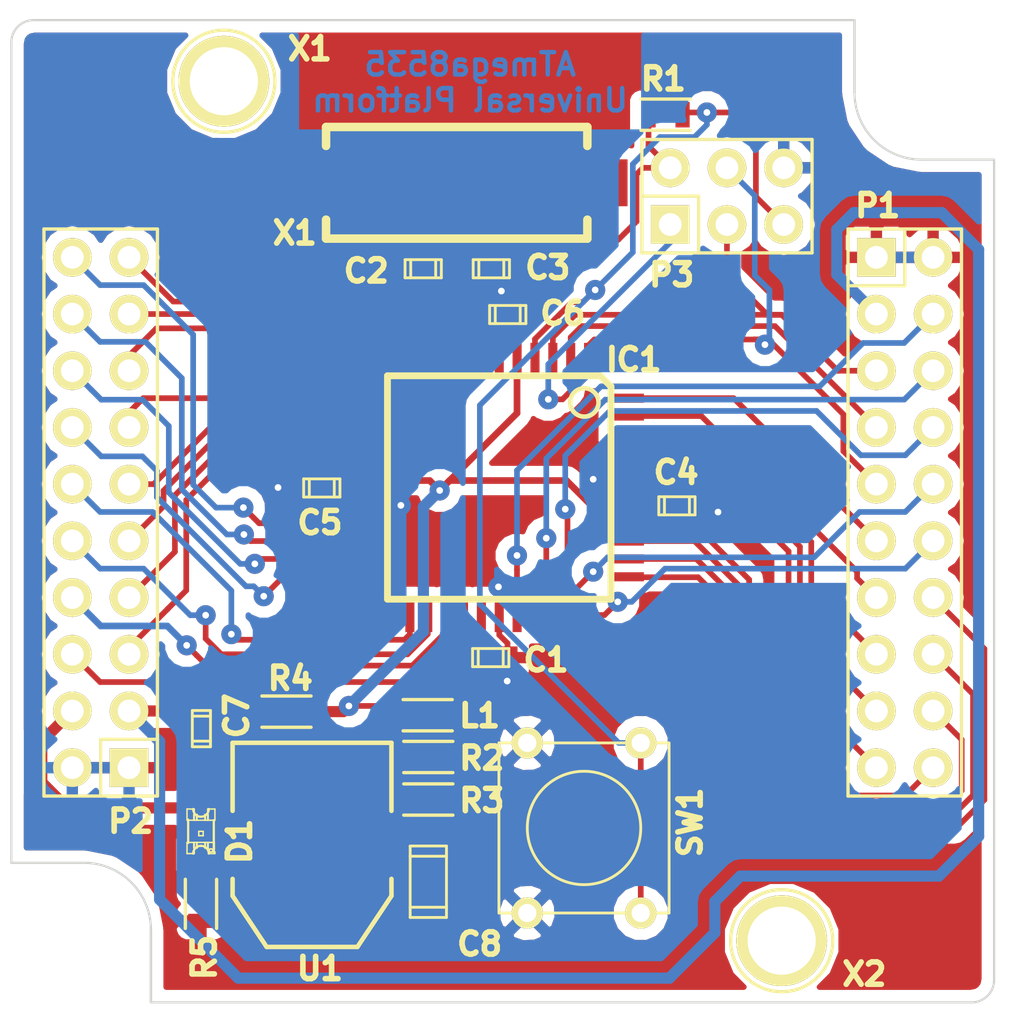
<source format=kicad_pcb>
(kicad_pcb (version 4) (host pcbnew "(2014-08-18 BZR 5081)-product")

  (general
    (links 87)
    (no_connects 1)
    (area 118.059999 71.462199 162.160001 115.562201)
    (thickness 1.6)
    (drawings 18)
    (tracks 438)
    (zones 0)
    (modules 24)
    (nets 43)
  )

  (page A4)
  (layers
    (0 F.Cu signal)
    (31 B.Cu signal)
    (32 B.Adhes user)
    (33 F.Adhes user)
    (34 B.Paste user)
    (35 F.Paste user)
    (36 B.SilkS user)
    (37 F.SilkS user)
    (38 B.Mask user)
    (39 F.Mask user)
    (40 Dwgs.User user)
    (41 Cmts.User user)
    (42 Eco1.User user)
    (43 Eco2.User user)
    (44 Edge.Cuts user)
    (45 Margin user)
    (46 B.CrtYd user)
    (47 F.CrtYd user)
    (48 B.Fab user)
    (49 F.Fab user)
  )

  (setup
    (last_trace_width 0.254)
    (user_trace_width 0.3)
    (user_trace_width 0.5)
    (user_trace_width 1)
    (trace_clearance 0.254)
    (zone_clearance 0.508)
    (zone_45_only no)
    (trace_min 0.254)
    (segment_width 0.2)
    (edge_width 0.15)
    (via_size 0.889)
    (via_drill 0.635)
    (via_min_size 0.889)
    (via_min_drill 0.3)
    (user_via 0.9 0.3)
    (uvia_size 0.508)
    (uvia_drill 0.127)
    (uvias_allowed no)
    (uvia_min_size 0.508)
    (uvia_min_drill 0.127)
    (pcb_text_width 0.3)
    (pcb_text_size 1 1)
    (mod_edge_width 0.15)
    (mod_text_size 1 1)
    (mod_text_width 0.2)
    (pad_size 4.064 4.064)
    (pad_drill 3.048)
    (pad_to_mask_clearance 0.1)
    (solder_mask_min_width 0.075)
    (aux_axis_origin 0 0)
    (visible_elements FFFFFF7F)
    (pcbplotparams
      (layerselection 0x010f8_80000001)
      (usegerberextensions true)
      (excludeedgelayer true)
      (linewidth 0.100000)
      (plotframeref false)
      (viasonmask false)
      (mode 1)
      (useauxorigin false)
      (hpglpennumber 1)
      (hpglpenspeed 20)
      (hpglpendiameter 15)
      (hpglpenoverlay 2)
      (psnegative false)
      (psa4output false)
      (plotreference true)
      (plotvalue false)
      (plotinvisibletext false)
      (padsonsilk false)
      (subtractmaskfromsilk false)
      (outputformat 1)
      (mirror false)
      (drillshape 0)
      (scaleselection 1)
      (outputdirectory ../Gerberfiles/Plot140916/))
  )

  (net 0 "")
  (net 1 /AVCC)
  (net 2 GND)
  (net 3 /XTAL_1)
  (net 4 /XTAL_2)
  (net 5 /VCC)
  (net 6 /V_EXT)
  (net 7 /PB0)
  (net 8 /PB1)
  (net 9 /PB2)
  (net 10 /PB3)
  (net 11 /PB4)
  (net 12 /PA0)
  (net 13 /PA1)
  (net 14 /PA2)
  (net 15 /PA3)
  (net 16 /PD7)
  (net 17 /PD6)
  (net 18 /PD5)
  (net 19 /PD4)
  (net 20 /PD3)
  (net 21 /PC0)
  (net 22 /PC1)
  (net 23 /PC2)
  (net 24 /PC3)
  (net 25 /PC7)
  (net 26 /PD0)
  (net 27 /PC6)
  (net 28 /PC5)
  (net 29 /PD1)
  (net 30 /PD2)
  (net 31 /PC4)
  (net 32 /AREF)
  (net 33 /PA7)
  (net 34 /PA6)
  (net 35 /PB7)
  (net 36 /PB6)
  (net 37 /PA5)
  (net 38 /PA4)
  (net 39 /PB5)
  (net 40 "Net-(R2-Pad1)")
  (net 41 /RESET_N)
  (net 42 "Net-(D1-Pad2)")

  (net_class Default "Dies ist die voreingestellte Netzklasse."
    (clearance 0.254)
    (trace_width 0.254)
    (via_dia 0.889)
    (via_drill 0.635)
    (uvia_dia 0.508)
    (uvia_drill 0.127)
    (add_net /AREF)
    (add_net /AVCC)
    (add_net /PA0)
    (add_net /PA1)
    (add_net /PA2)
    (add_net /PA3)
    (add_net /PA4)
    (add_net /PA5)
    (add_net /PA6)
    (add_net /PA7)
    (add_net /PB0)
    (add_net /PB1)
    (add_net /PB2)
    (add_net /PB3)
    (add_net /PB4)
    (add_net /PB5)
    (add_net /PB6)
    (add_net /PB7)
    (add_net /PC0)
    (add_net /PC1)
    (add_net /PC2)
    (add_net /PC3)
    (add_net /PC4)
    (add_net /PC5)
    (add_net /PC6)
    (add_net /PC7)
    (add_net /PD0)
    (add_net /PD1)
    (add_net /PD2)
    (add_net /PD3)
    (add_net /PD4)
    (add_net /PD5)
    (add_net /PD6)
    (add_net /PD7)
    (add_net /RESET_N)
    (add_net /VCC)
    (add_net /V_EXT)
    (add_net /XTAL_1)
    (add_net /XTAL_2)
    (add_net GND)
    (add_net "Net-(D1-Pad2)")
    (add_net "Net-(R2-Pad1)")
  )

  (module Pin_Headers:Pin_Header_Straight_2x10 locked (layer F.Cu) (tedit 54800425) (tstamp 5415F7D3)
    (at 122.11 93.57 90)
    (descr "Through hole pin header")
    (tags "pin header")
    (path /5413C067)
    (fp_text reference P2 (at -13.83 1.34 180) (layer F.SilkS)
      (effects (font (size 1 1) (thickness 0.25)))
    )
    (fp_text value CONN_02X10 (at 0 0 90) (layer F.SilkS) hide
      (effects (font (size 0.5 0.5) (thickness 0.1)))
    )
    (fp_line (start 12.7 -2.54) (end -12.7 -2.54) (layer F.SilkS) (width 0.15))
    (fp_line (start -10.16 2.54) (end 12.7 2.54) (layer F.SilkS) (width 0.15))
    (fp_line (start 12.7 -2.54) (end 12.7 2.54) (layer F.SilkS) (width 0.15))
    (fp_line (start -12.7 -2.54) (end -12.7 0) (layer F.SilkS) (width 0.15))
    (fp_line (start -12.7 2.54) (end -10.16 2.54) (layer F.SilkS) (width 0.15))
    (fp_line (start -12.7 0) (end -10.16 0) (layer F.SilkS) (width 0.15))
    (fp_line (start -10.16 0) (end -10.16 2.54) (layer F.SilkS) (width 0.15))
    (fp_line (start -12.7 2.54) (end -12.7 0) (layer F.SilkS) (width 0.15))
    (pad 1 thru_hole rect (at -11.43 1.27 90) (size 1.7272 1.7272) (drill 1.016) (layers *.Cu *.Mask F.SilkS)
      (net 2 GND))
    (pad 2 thru_hole oval (at -11.43 -1.27 90) (size 1.7272 1.7272) (drill 1.016) (layers *.Cu *.Mask F.SilkS)
      (net 2 GND))
    (pad 3 thru_hole oval (at -8.89 1.27 90) (size 1.7272 1.7272) (drill 1.016) (layers *.Cu *.Mask F.SilkS)
      (net 6 /V_EXT))
    (pad 4 thru_hole oval (at -8.89 -1.27 90) (size 1.7272 1.7272) (drill 1.016) (layers *.Cu *.Mask F.SilkS)
      (net 5 /VCC))
    (pad 5 thru_hole oval (at -6.35 1.27 90) (size 1.7272 1.7272) (drill 1.016) (layers *.Cu *.Mask F.SilkS)
      (net 16 /PD7))
    (pad 6 thru_hole oval (at -6.35 -1.27 90) (size 1.7272 1.7272) (drill 1.016) (layers *.Cu *.Mask F.SilkS)
      (net 25 /PC7))
    (pad 7 thru_hole oval (at -3.81 1.27 90) (size 1.7272 1.7272) (drill 1.016) (layers *.Cu *.Mask F.SilkS)
      (net 17 /PD6))
    (pad 8 thru_hole oval (at -3.81 -1.27 90) (size 1.7272 1.7272) (drill 1.016) (layers *.Cu *.Mask F.SilkS)
      (net 27 /PC6))
    (pad 9 thru_hole oval (at -1.27 1.27 90) (size 1.7272 1.7272) (drill 1.016) (layers *.Cu *.Mask F.SilkS)
      (net 18 /PD5))
    (pad 10 thru_hole oval (at -1.27 -1.27 90) (size 1.7272 1.7272) (drill 1.016) (layers *.Cu *.Mask F.SilkS)
      (net 28 /PC5))
    (pad 11 thru_hole oval (at 1.27 1.27 90) (size 1.7272 1.7272) (drill 1.016) (layers *.Cu *.Mask F.SilkS)
      (net 19 /PD4))
    (pad 12 thru_hole oval (at 1.27 -1.27 90) (size 1.7272 1.7272) (drill 1.016) (layers *.Cu *.Mask F.SilkS)
      (net 31 /PC4))
    (pad 13 thru_hole oval (at 3.81 1.27 90) (size 1.7272 1.7272) (drill 1.016) (layers *.Cu *.Mask F.SilkS)
      (net 20 /PD3))
    (pad 14 thru_hole oval (at 3.81 -1.27 90) (size 1.7272 1.7272) (drill 1.016) (layers *.Cu *.Mask F.SilkS)
      (net 24 /PC3))
    (pad 15 thru_hole oval (at 6.35 1.27 90) (size 1.7272 1.7272) (drill 1.016) (layers *.Cu *.Mask F.SilkS)
      (net 30 /PD2))
    (pad 16 thru_hole oval (at 6.35 -1.27 90) (size 1.7272 1.7272) (drill 1.016) (layers *.Cu *.Mask F.SilkS)
      (net 23 /PC2))
    (pad 17 thru_hole oval (at 8.89 1.27 90) (size 1.7272 1.7272) (drill 1.016) (layers *.Cu *.Mask F.SilkS)
      (net 29 /PD1))
    (pad 18 thru_hole oval (at 8.89 -1.27 90) (size 1.7272 1.7272) (drill 1.016) (layers *.Cu *.Mask F.SilkS)
      (net 22 /PC1))
    (pad 19 thru_hole oval (at 11.43 1.27 90) (size 1.7272 1.7272) (drill 1.016) (layers *.Cu *.Mask F.SilkS)
      (net 26 /PD0))
    (pad 20 thru_hole oval (at 11.43 -1.27 90) (size 1.7272 1.7272) (drill 1.016) (layers *.Cu *.Mask F.SilkS)
      (net 21 /PC0))
    (model Pin_Headers/Pin_Header_Straight_2x10.wrl
      (at (xyz 0 0 0))
      (scale (xyz 1 1 1))
      (rotate (xyz 0 0 0))
    )
  )

  (module Capacitors_SMD:c_0603 (layer F.Cu) (tedit 54800405) (tstamp 5415F4E5)
    (at 139.573 100.069 180)
    (descr "SMT capacitor, 0603")
    (path /53F5D143)
    (fp_text reference C1 (at -2.477 -0.106 360) (layer F.SilkS)
      (effects (font (size 1 1) (thickness 0.25)))
    )
    (fp_text value 100nF (at 0 0.635 180) (layer F.SilkS) hide
      (effects (font (size 0.5 0.5) (thickness 0.1)))
    )
    (fp_line (start 0.5588 0.4064) (end 0.5588 -0.4064) (layer F.SilkS) (width 0.127))
    (fp_line (start -0.5588 -0.381) (end -0.5588 0.4064) (layer F.SilkS) (width 0.127))
    (fp_line (start -0.8128 -0.4064) (end 0.8128 -0.4064) (layer F.SilkS) (width 0.127))
    (fp_line (start 0.8128 -0.4064) (end 0.8128 0.4064) (layer F.SilkS) (width 0.127))
    (fp_line (start 0.8128 0.4064) (end -0.8128 0.4064) (layer F.SilkS) (width 0.127))
    (fp_line (start -0.8128 0.4064) (end -0.8128 -0.4064) (layer F.SilkS) (width 0.127))
    (pad 1 smd rect (at 0.75184 0 180) (size 0.89916 1.00076) (layers F.Cu F.Paste F.Mask)
      (net 1 /AVCC))
    (pad 2 smd rect (at -0.75184 0 180) (size 0.89916 1.00076) (layers F.Cu F.Paste F.Mask)
      (net 2 GND))
    (model smd/capacitors/c_0603.wrl
      (at (xyz 0 0 0))
      (scale (xyz 1 1 1))
      (rotate (xyz 0 0 0))
    )
    (model smd/Capacitors/C0603.wrl
      (at (xyz 0 0 0))
      (scale (xyz 0.5 0.5 0.5))
      (rotate (xyz 0 0 0))
    )
  )

  (module Capacitors_SMD:c_0603 (layer F.Cu) (tedit 5480035C) (tstamp 5415F476)
    (at 136.55 82.65 180)
    (descr "SMT capacitor, 0603")
    (path /53F5E902)
    (fp_text reference C2 (at 2.55 -0.1 180) (layer F.SilkS)
      (effects (font (size 1 1) (thickness 0.25)))
    )
    (fp_text value C (at 0 0.635 180) (layer F.SilkS) hide
      (effects (font (size 0.5 0.5) (thickness 0.1)))
    )
    (fp_line (start 0.5588 0.4064) (end 0.5588 -0.4064) (layer F.SilkS) (width 0.127))
    (fp_line (start -0.5588 -0.381) (end -0.5588 0.4064) (layer F.SilkS) (width 0.127))
    (fp_line (start -0.8128 -0.4064) (end 0.8128 -0.4064) (layer F.SilkS) (width 0.127))
    (fp_line (start 0.8128 -0.4064) (end 0.8128 0.4064) (layer F.SilkS) (width 0.127))
    (fp_line (start 0.8128 0.4064) (end -0.8128 0.4064) (layer F.SilkS) (width 0.127))
    (fp_line (start -0.8128 0.4064) (end -0.8128 -0.4064) (layer F.SilkS) (width 0.127))
    (pad 1 smd rect (at 0.75184 0 180) (size 0.89916 1.00076) (layers F.Cu F.Paste F.Mask)
      (net 2 GND))
    (pad 2 smd rect (at -0.75184 0 180) (size 0.89916 1.00076) (layers F.Cu F.Paste F.Mask)
      (net 3 /XTAL_1))
    (model smd/capacitors/c_0603.wrl
      (at (xyz 0 0 0))
      (scale (xyz 1 1 1))
      (rotate (xyz 0 0 0))
    )
    (model smd/Capacitors/C0603.wrl
      (at (xyz 0 0 0))
      (scale (xyz 0.5 0.5 0.5))
      (rotate (xyz 0 0 0))
    )
  )

  (module Capacitors_SMD:c_0603 (layer F.Cu) (tedit 54800360) (tstamp 5415F469)
    (at 139.6 82.65)
    (descr "SMT capacitor, 0603")
    (path /53F5E99C)
    (fp_text reference C3 (at 2.525 -0.05) (layer F.SilkS)
      (effects (font (size 1 1) (thickness 0.25)))
    )
    (fp_text value C (at 0 0.635) (layer F.SilkS) hide
      (effects (font (size 0.5 0.5) (thickness 0.1)))
    )
    (fp_line (start 0.5588 0.4064) (end 0.5588 -0.4064) (layer F.SilkS) (width 0.127))
    (fp_line (start -0.5588 -0.381) (end -0.5588 0.4064) (layer F.SilkS) (width 0.127))
    (fp_line (start -0.8128 -0.4064) (end 0.8128 -0.4064) (layer F.SilkS) (width 0.127))
    (fp_line (start 0.8128 -0.4064) (end 0.8128 0.4064) (layer F.SilkS) (width 0.127))
    (fp_line (start 0.8128 0.4064) (end -0.8128 0.4064) (layer F.SilkS) (width 0.127))
    (fp_line (start -0.8128 0.4064) (end -0.8128 -0.4064) (layer F.SilkS) (width 0.127))
    (pad 1 smd rect (at 0.75184 0) (size 0.89916 1.00076) (layers F.Cu F.Paste F.Mask)
      (net 2 GND))
    (pad 2 smd rect (at -0.75184 0) (size 0.89916 1.00076) (layers F.Cu F.Paste F.Mask)
      (net 4 /XTAL_2))
    (model smd/capacitors/c_0603.wrl
      (at (xyz 0 0 0))
      (scale (xyz 1 1 1))
      (rotate (xyz 0 0 0))
    )
    (model smd/Capacitors/C0603.wrl
      (at (xyz 0 0 0))
      (scale (xyz 0.5 0.5 0.5))
      (rotate (xyz 0 0 0))
    )
  )

  (module Capacitors_SMD:c_0603 (layer F.Cu) (tedit 5480037B) (tstamp 5415F513)
    (at 147.91 93.27 180)
    (descr "SMT capacitor, 0603")
    (path /54161A92)
    (fp_text reference C4 (at 0.035 1.495 180) (layer F.SilkS)
      (effects (font (size 1 1) (thickness 0.25)))
    )
    (fp_text value 100nF (at 0 0.635 180) (layer F.SilkS) hide
      (effects (font (size 0.5 0.5) (thickness 0.1)))
    )
    (fp_line (start 0.5588 0.4064) (end 0.5588 -0.4064) (layer F.SilkS) (width 0.127))
    (fp_line (start -0.5588 -0.381) (end -0.5588 0.4064) (layer F.SilkS) (width 0.127))
    (fp_line (start -0.8128 -0.4064) (end 0.8128 -0.4064) (layer F.SilkS) (width 0.127))
    (fp_line (start 0.8128 -0.4064) (end 0.8128 0.4064) (layer F.SilkS) (width 0.127))
    (fp_line (start 0.8128 0.4064) (end -0.8128 0.4064) (layer F.SilkS) (width 0.127))
    (fp_line (start -0.8128 0.4064) (end -0.8128 -0.4064) (layer F.SilkS) (width 0.127))
    (pad 1 smd rect (at 0.75184 0 180) (size 0.89916 1.00076) (layers F.Cu F.Paste F.Mask)
      (net 5 /VCC))
    (pad 2 smd rect (at -0.75184 0 180) (size 0.89916 1.00076) (layers F.Cu F.Paste F.Mask)
      (net 2 GND))
    (model smd/capacitors/c_0603.wrl
      (at (xyz 0 0 0))
      (scale (xyz 1 1 1))
      (rotate (xyz 0 0 0))
    )
    (model smd/Capacitors/C0603.wrl
      (at (xyz 0 0 0))
      (scale (xyz 0.5 0.5 0.5))
      (rotate (xyz 0 0 0))
    )
  )

  (module Capacitors_SMD:c_0603 (layer F.Cu) (tedit 54800383) (tstamp 5415F5BE)
    (at 132.01 92.47)
    (descr "SMT capacitor, 0603")
    (path /54161F34)
    (fp_text reference C5 (at -0.085 1.555) (layer F.SilkS)
      (effects (font (size 1 1) (thickness 0.25)))
    )
    (fp_text value 100nF (at 0 0.635) (layer F.SilkS) hide
      (effects (font (size 0.5 0.5) (thickness 0.1)))
    )
    (fp_line (start 0.5588 0.4064) (end 0.5588 -0.4064) (layer F.SilkS) (width 0.127))
    (fp_line (start -0.5588 -0.381) (end -0.5588 0.4064) (layer F.SilkS) (width 0.127))
    (fp_line (start -0.8128 -0.4064) (end 0.8128 -0.4064) (layer F.SilkS) (width 0.127))
    (fp_line (start 0.8128 -0.4064) (end 0.8128 0.4064) (layer F.SilkS) (width 0.127))
    (fp_line (start 0.8128 0.4064) (end -0.8128 0.4064) (layer F.SilkS) (width 0.127))
    (fp_line (start -0.8128 0.4064) (end -0.8128 -0.4064) (layer F.SilkS) (width 0.127))
    (pad 1 smd rect (at 0.75184 0) (size 0.89916 1.00076) (layers F.Cu F.Paste F.Mask)
      (net 5 /VCC))
    (pad 2 smd rect (at -0.75184 0) (size 0.89916 1.00076) (layers F.Cu F.Paste F.Mask)
      (net 2 GND))
    (model smd/capacitors/c_0603.wrl
      (at (xyz 0 0 0))
      (scale (xyz 0.5 0.5 0.5))
      (rotate (xyz 0 0 0))
    )
    (model smd/Capacitors/C0603.wrl
      (at (xyz 0 0 0))
      (scale (xyz 0.5 0.5 0.5))
      (rotate (xyz 0 0 0))
    )
  )

  (module Capacitors_SMD:c_0603 (layer F.Cu) (tedit 5480036C) (tstamp 5415F48F)
    (at 140.335 84.702)
    (descr "SMT capacitor, 0603")
    (path /54161F64)
    (fp_text reference C6 (at 2.465 -0.052) (layer F.SilkS)
      (effects (font (size 1 1) (thickness 0.25)))
    )
    (fp_text value 100nF (at 0 0.635) (layer F.SilkS) hide
      (effects (font (size 0.5 0.5) (thickness 0.1)))
    )
    (fp_line (start 0.5588 0.4064) (end 0.5588 -0.4064) (layer F.SilkS) (width 0.127))
    (fp_line (start -0.5588 -0.381) (end -0.5588 0.4064) (layer F.SilkS) (width 0.127))
    (fp_line (start -0.8128 -0.4064) (end 0.8128 -0.4064) (layer F.SilkS) (width 0.127))
    (fp_line (start 0.8128 -0.4064) (end 0.8128 0.4064) (layer F.SilkS) (width 0.127))
    (fp_line (start 0.8128 0.4064) (end -0.8128 0.4064) (layer F.SilkS) (width 0.127))
    (fp_line (start -0.8128 0.4064) (end -0.8128 -0.4064) (layer F.SilkS) (width 0.127))
    (pad 1 smd rect (at 0.75184 0) (size 0.89916 1.00076) (layers F.Cu F.Paste F.Mask)
      (net 5 /VCC))
    (pad 2 smd rect (at -0.75184 0) (size 0.89916 1.00076) (layers F.Cu F.Paste F.Mask)
      (net 2 GND))
    (model smd/capacitors/c_0603.wrl
      (at (xyz 0 0 0))
      (scale (xyz 1 1 1))
      (rotate (xyz 0 0 0))
    )
    (model smd/Capacitors/C0603.wrl
      (at (xyz 0 0 0))
      (scale (xyz 0.5 0.5 0.5))
      (rotate (xyz 0 0 0))
    )
  )

  (module SMD_Packages:TQFP-44 locked (layer F.Cu) (tedit 54800371) (tstamp 5415FC47)
    (at 139.954 92.449 270)
    (path /53EB91DE)
    (attr smd)
    (fp_text reference IC1 (at -5.724 -6.021 360) (layer F.SilkS)
      (effects (font (size 1 1) (thickness 0.25)))
    )
    (fp_text value ATMEGA8535-A (at -1.263 -26.416 270) (layer F.SilkS) hide
      (effects (font (size 0.5 0.5) (thickness 0.1)))
    )
    (fp_line (start 5.0038 -5.0038) (end 5.0038 5.0038) (layer F.SilkS) (width 0.3048))
    (fp_line (start 5.0038 5.0038) (end -5.0038 5.0038) (layer F.SilkS) (width 0.3048))
    (fp_line (start -5.0038 -4.5212) (end -5.0038 5.0038) (layer F.SilkS) (width 0.3048))
    (fp_line (start -4.5212 -5.0038) (end 5.0038 -5.0038) (layer F.SilkS) (width 0.3048))
    (fp_line (start -5.0038 -4.5212) (end -4.5212 -5.0038) (layer F.SilkS) (width 0.3048))
    (fp_circle (center -3.81 -3.81) (end -3.81 -3.175) (layer F.SilkS) (width 0.2032))
    (pad 39 smd rect (at 0 -5.715 270) (size 0.4064 1.524) (layers F.Cu F.Paste F.Mask)
      (net 2 GND))
    (pad 40 smd rect (at -0.8001 -5.715 270) (size 0.4064 1.524) (layers F.Cu F.Paste F.Mask)
      (net 7 /PB0))
    (pad 41 smd rect (at -1.6002 -5.715 270) (size 0.4064 1.524) (layers F.Cu F.Paste F.Mask)
      (net 8 /PB1))
    (pad 42 smd rect (at -2.4003 -5.715 270) (size 0.4064 1.524) (layers F.Cu F.Paste F.Mask)
      (net 9 /PB2))
    (pad 43 smd rect (at -3.2004 -5.715 270) (size 0.4064 1.524) (layers F.Cu F.Paste F.Mask)
      (net 10 /PB3))
    (pad 44 smd rect (at -4.0005 -5.715 270) (size 0.4064 1.524) (layers F.Cu F.Paste F.Mask)
      (net 11 /PB4))
    (pad 38 smd rect (at 0.8001 -5.715 270) (size 0.4064 1.524) (layers F.Cu F.Paste F.Mask)
      (net 5 /VCC))
    (pad 37 smd rect (at 1.6002 -5.715 270) (size 0.4064 1.524) (layers F.Cu F.Paste F.Mask)
      (net 12 /PA0))
    (pad 36 smd rect (at 2.4003 -5.715 270) (size 0.4064 1.524) (layers F.Cu F.Paste F.Mask)
      (net 13 /PA1))
    (pad 35 smd rect (at 3.2004 -5.715 270) (size 0.4064 1.524) (layers F.Cu F.Paste F.Mask)
      (net 14 /PA2))
    (pad 34 smd rect (at 4.0005 -5.715 270) (size 0.4064 1.524) (layers F.Cu F.Paste F.Mask)
      (net 15 /PA3))
    (pad 17 smd rect (at 0 5.715 270) (size 0.4064 1.524) (layers F.Cu F.Paste F.Mask)
      (net 5 /VCC))
    (pad 16 smd rect (at -0.8001 5.715 270) (size 0.4064 1.524) (layers F.Cu F.Paste F.Mask)
      (net 16 /PD7))
    (pad 15 smd rect (at -1.6002 5.715 270) (size 0.4064 1.524) (layers F.Cu F.Paste F.Mask)
      (net 17 /PD6))
    (pad 14 smd rect (at -2.4003 5.715 270) (size 0.4064 1.524) (layers F.Cu F.Paste F.Mask)
      (net 18 /PD5))
    (pad 13 smd rect (at -3.2004 5.715 270) (size 0.4064 1.524) (layers F.Cu F.Paste F.Mask)
      (net 19 /PD4))
    (pad 12 smd rect (at -4.0005 5.715 270) (size 0.4064 1.524) (layers F.Cu F.Paste F.Mask)
      (net 20 /PD3))
    (pad 18 smd rect (at 0.8001 5.715 270) (size 0.4064 1.524) (layers F.Cu F.Paste F.Mask)
      (net 2 GND))
    (pad 19 smd rect (at 1.6002 5.715 270) (size 0.4064 1.524) (layers F.Cu F.Paste F.Mask)
      (net 21 /PC0))
    (pad 20 smd rect (at 2.4003 5.715 270) (size 0.4064 1.524) (layers F.Cu F.Paste F.Mask)
      (net 22 /PC1))
    (pad 21 smd rect (at 3.2004 5.715 270) (size 0.4064 1.524) (layers F.Cu F.Paste F.Mask)
      (net 23 /PC2))
    (pad 22 smd rect (at 4.0005 5.715 270) (size 0.4064 1.524) (layers F.Cu F.Paste F.Mask)
      (net 24 /PC3))
    (pad 6 smd rect (at -5.715 0 270) (size 1.524 0.4064) (layers F.Cu F.Paste F.Mask)
      (net 2 GND))
    (pad 28 smd rect (at 5.715 0 270) (size 1.524 0.4064) (layers F.Cu F.Paste F.Mask)
      (net 2 GND))
    (pad 7 smd rect (at -5.715 0.8001 270) (size 1.524 0.4064) (layers F.Cu F.Paste F.Mask)
      (net 4 /XTAL_2))
    (pad 27 smd rect (at 5.715 0.8001 270) (size 1.524 0.4064) (layers F.Cu F.Paste F.Mask)
      (net 1 /AVCC))
    (pad 26 smd rect (at 5.715 1.6002 270) (size 1.524 0.4064) (layers F.Cu F.Paste F.Mask)
      (net 25 /PC7))
    (pad 8 smd rect (at -5.715 1.6002 270) (size 1.524 0.4064) (layers F.Cu F.Paste F.Mask)
      (net 3 /XTAL_1))
    (pad 9 smd rect (at -5.715 2.4003 270) (size 1.524 0.4064) (layers F.Cu F.Paste F.Mask)
      (net 26 /PD0))
    (pad 25 smd rect (at 5.715 2.4003 270) (size 1.524 0.4064) (layers F.Cu F.Paste F.Mask)
      (net 27 /PC6))
    (pad 24 smd rect (at 5.715 3.2004 270) (size 1.524 0.4064) (layers F.Cu F.Paste F.Mask)
      (net 28 /PC5))
    (pad 10 smd rect (at -5.715 3.2004 270) (size 1.524 0.4064) (layers F.Cu F.Paste F.Mask)
      (net 29 /PD1))
    (pad 11 smd rect (at -5.715 4.0005 270) (size 1.524 0.4064) (layers F.Cu F.Paste F.Mask)
      (net 30 /PD2))
    (pad 23 smd rect (at 5.715 4.0005 270) (size 1.524 0.4064) (layers F.Cu F.Paste F.Mask)
      (net 31 /PC4))
    (pad 29 smd rect (at 5.715 -0.8001 270) (size 1.524 0.4064) (layers F.Cu F.Paste F.Mask)
      (net 32 /AREF))
    (pad 5 smd rect (at -5.715 -0.8001 270) (size 1.524 0.4064) (layers F.Cu F.Paste F.Mask)
      (net 5 /VCC))
    (pad 4 smd rect (at -5.715 -1.6002 270) (size 1.524 0.4064) (layers F.Cu F.Paste F.Mask)
      (net 41 /RESET_N))
    (pad 30 smd rect (at 5.715 -1.6002 270) (size 1.524 0.4064) (layers F.Cu F.Paste F.Mask)
      (net 33 /PA7))
    (pad 31 smd rect (at 5.715 -2.4003 270) (size 1.524 0.4064) (layers F.Cu F.Paste F.Mask)
      (net 34 /PA6))
    (pad 3 smd rect (at -5.715 -2.4003 270) (size 1.524 0.4064) (layers F.Cu F.Paste F.Mask)
      (net 35 /PB7))
    (pad 2 smd rect (at -5.715 -3.2004 270) (size 1.524 0.4064) (layers F.Cu F.Paste F.Mask)
      (net 36 /PB6))
    (pad 32 smd rect (at 5.715 -3.2004 270) (size 1.524 0.4064) (layers F.Cu F.Paste F.Mask)
      (net 37 /PA5))
    (pad 33 smd rect (at 5.715 -4.0005 270) (size 1.524 0.4064) (layers F.Cu F.Paste F.Mask)
      (net 38 /PA4))
    (pad 1 smd rect (at -5.715 -4.0005 270) (size 1.524 0.4064) (layers F.Cu F.Paste F.Mask)
      (net 39 /PB5))
    (model smd/tqfp44.wrl
      (at (xyz 0 0 0))
      (scale (xyz 4 4 4))
      (rotate (xyz 0 0 0))
    )
  )

  (module Resistors_SMD:R_0603 (layer F.Cu) (tedit 5480034C) (tstamp 5415F445)
    (at 147.4 75.75)
    (path /53EB942F)
    (attr smd)
    (fp_text reference R1 (at -0.1 -1.6 180) (layer F.SilkS)
      (effects (font (size 1 1) (thickness 0.25)))
    )
    (fp_text value 10k (at 0 1.2 180) (layer F.SilkS) hide
      (effects (font (size 0.5 0.5) (thickness 0.1)))
    )
    (fp_line (start -1.1 -0.7) (end 1.1 -0.7) (layer F.SilkS) (width 0.15))
    (fp_line (start -1.1 0.7) (end 1.1 0.7) (layer F.SilkS) (width 0.15))
    (fp_circle (center 0 0) (end 0.15 0) (layer F.Adhes) (width 0.3))
    (pad 1 smd rect (at -0.762 0) (size 0.635 1.143) (layers F.Cu F.Paste F.Mask)
      (net 5 /VCC))
    (pad 2 smd rect (at 0.762 0) (size 0.635 1.143) (layers F.Cu F.Paste F.Mask)
      (net 41 /RESET_N))
    (model smd\resistors\R0603.wrl
      (at (xyz 0 0 0.001))
      (scale (xyz 0.5 0.5 0.5))
      (rotate (xyz 0 0 0))
    )
  )

  (module Pin_Headers:Pin_Header_Straight_2x10 locked (layer F.Cu) (tedit 54800348) (tstamp 5415F9EC)
    (at 158.11 93.57 270)
    (descr "Through hole pin header")
    (tags "pin header")
    (path /5413B847)
    (fp_text reference P1 (at -13.745 1.21 360) (layer F.SilkS)
      (effects (font (size 1 1) (thickness 0.25)))
    )
    (fp_text value CONN_02X10 (at 0 0 270) (layer F.SilkS) hide
      (effects (font (size 0.5 0.5) (thickness 0.1)))
    )
    (fp_line (start 12.7 -2.54) (end -12.7 -2.54) (layer F.SilkS) (width 0.15))
    (fp_line (start -10.16 2.54) (end 12.7 2.54) (layer F.SilkS) (width 0.15))
    (fp_line (start 12.7 -2.54) (end 12.7 2.54) (layer F.SilkS) (width 0.15))
    (fp_line (start -12.7 -2.54) (end -12.7 0) (layer F.SilkS) (width 0.15))
    (fp_line (start -12.7 2.54) (end -10.16 2.54) (layer F.SilkS) (width 0.15))
    (fp_line (start -12.7 0) (end -10.16 0) (layer F.SilkS) (width 0.15))
    (fp_line (start -10.16 0) (end -10.16 2.54) (layer F.SilkS) (width 0.15))
    (fp_line (start -12.7 2.54) (end -12.7 0) (layer F.SilkS) (width 0.15))
    (pad 1 thru_hole rect (at -11.43 1.27 270) (size 1.7272 1.7272) (drill 1.016) (layers *.Cu *.Mask F.SilkS)
      (net 2 GND))
    (pad 2 thru_hole oval (at -11.43 -1.27 270) (size 1.7272 1.7272) (drill 1.016) (layers *.Cu *.Mask F.SilkS)
      (net 2 GND))
    (pad 3 thru_hole oval (at -8.89 1.27 270) (size 1.7272 1.7272) (drill 1.016) (layers *.Cu *.Mask F.SilkS)
      (net 6 /V_EXT))
    (pad 4 thru_hole oval (at -8.89 -1.27 270) (size 1.7272 1.7272) (drill 1.016) (layers *.Cu *.Mask F.SilkS)
      (net 32 /AREF))
    (pad 5 thru_hole oval (at -6.35 1.27 270) (size 1.7272 1.7272) (drill 1.016) (layers *.Cu *.Mask F.SilkS)
      (net 35 /PB7))
    (pad 6 thru_hole oval (at -6.35 -1.27 270) (size 1.7272 1.7272) (drill 1.016) (layers *.Cu *.Mask F.SilkS)
      (net 33 /PA7))
    (pad 7 thru_hole oval (at -3.81 1.27 270) (size 1.7272 1.7272) (drill 1.016) (layers *.Cu *.Mask F.SilkS)
      (net 36 /PB6))
    (pad 8 thru_hole oval (at -3.81 -1.27 270) (size 1.7272 1.7272) (drill 1.016) (layers *.Cu *.Mask F.SilkS)
      (net 34 /PA6))
    (pad 9 thru_hole oval (at -1.27 1.27 270) (size 1.7272 1.7272) (drill 1.016) (layers *.Cu *.Mask F.SilkS)
      (net 39 /PB5))
    (pad 10 thru_hole oval (at -1.27 -1.27 270) (size 1.7272 1.7272) (drill 1.016) (layers *.Cu *.Mask F.SilkS)
      (net 37 /PA5))
    (pad 11 thru_hole oval (at 1.27 1.27 270) (size 1.7272 1.7272) (drill 1.016) (layers *.Cu *.Mask F.SilkS)
      (net 11 /PB4))
    (pad 12 thru_hole oval (at 1.27 -1.27 270) (size 1.7272 1.7272) (drill 1.016) (layers *.Cu *.Mask F.SilkS)
      (net 38 /PA4))
    (pad 13 thru_hole oval (at 3.81 1.27 270) (size 1.7272 1.7272) (drill 1.016) (layers *.Cu *.Mask F.SilkS)
      (net 10 /PB3))
    (pad 14 thru_hole oval (at 3.81 -1.27 270) (size 1.7272 1.7272) (drill 1.016) (layers *.Cu *.Mask F.SilkS)
      (net 15 /PA3))
    (pad 15 thru_hole oval (at 6.35 1.27 270) (size 1.7272 1.7272) (drill 1.016) (layers *.Cu *.Mask F.SilkS)
      (net 9 /PB2))
    (pad 16 thru_hole oval (at 6.35 -1.27 270) (size 1.7272 1.7272) (drill 1.016) (layers *.Cu *.Mask F.SilkS)
      (net 14 /PA2))
    (pad 17 thru_hole oval (at 8.89 1.27 270) (size 1.7272 1.7272) (drill 1.016) (layers *.Cu *.Mask F.SilkS)
      (net 8 /PB1))
    (pad 18 thru_hole oval (at 8.89 -1.27 270) (size 1.7272 1.7272) (drill 1.016) (layers *.Cu *.Mask F.SilkS)
      (net 13 /PA1))
    (pad 19 thru_hole oval (at 11.43 1.27 270) (size 1.7272 1.7272) (drill 1.016) (layers *.Cu *.Mask F.SilkS)
      (net 7 /PB0))
    (pad 20 thru_hole oval (at 11.43 -1.27 270) (size 1.7272 1.7272) (drill 1.016) (layers *.Cu *.Mask F.SilkS)
      (net 12 /PA0))
    (model Pin_Headers/Pin_Header_Straight_2x10.wrl
      (at (xyz 0 0 0))
      (scale (xyz 1 1 1))
      (rotate (xyz 0 0 0))
    )
  )

  (module Capacitors_SMD:c_0603 (layer F.Cu) (tedit 5480038E) (tstamp 54166E4F)
    (at 126.619 103.251 90)
    (descr "SMT capacitor, 0603")
    (path /54160D4E)
    (fp_text reference C7 (at 0.576 1.581 270) (layer F.SilkS)
      (effects (font (size 1 1) (thickness 0.25)))
    )
    (fp_text value 0,1uF (at 0 0.635 90) (layer F.SilkS) hide
      (effects (font (size 0.5 0.5) (thickness 0.1)))
    )
    (fp_line (start 0.5588 0.4064) (end 0.5588 -0.4064) (layer F.SilkS) (width 0.127))
    (fp_line (start -0.5588 -0.381) (end -0.5588 0.4064) (layer F.SilkS) (width 0.127))
    (fp_line (start -0.8128 -0.4064) (end 0.8128 -0.4064) (layer F.SilkS) (width 0.127))
    (fp_line (start 0.8128 -0.4064) (end 0.8128 0.4064) (layer F.SilkS) (width 0.127))
    (fp_line (start 0.8128 0.4064) (end -0.8128 0.4064) (layer F.SilkS) (width 0.127))
    (fp_line (start -0.8128 0.4064) (end -0.8128 -0.4064) (layer F.SilkS) (width 0.127))
    (pad 1 smd rect (at 0.75184 0 90) (size 0.89916 1.00076) (layers F.Cu F.Paste F.Mask)
      (net 6 /V_EXT))
    (pad 2 smd rect (at -0.75184 0 90) (size 0.89916 1.00076) (layers F.Cu F.Paste F.Mask)
      (net 2 GND))
    (model smd/capacitors/c_0603.wrl
      (at (xyz 0 0 0))
      (scale (xyz 1 1 1))
      (rotate (xyz 0 0 0))
    )
    (model smd/Capacitors/C0603.wrl
      (at (xyz 0 0 0))
      (scale (xyz 0.5 0.5 0.5))
      (rotate (xyz 0 0 0))
    )
  )

  (module Capacitors_SMD:c_1206 (layer F.Cu) (tedit 54800415) (tstamp 54166E5B)
    (at 136.779 110.109 90)
    (descr "SMT capacitor, 1206")
    (path /54160362)
    (fp_text reference C8 (at -2.791 2.296 180) (layer F.SilkS)
      (effects (font (size 1 1) (thickness 0.25)))
    )
    (fp_text value 10uF (at 0 1.27 90) (layer F.SilkS) hide
      (effects (font (size 0.5 0.5) (thickness 0.1)))
    )
    (fp_line (start 1.143 0.8128) (end 1.143 -0.8128) (layer F.SilkS) (width 0.127))
    (fp_line (start -1.143 -0.8128) (end -1.143 0.8128) (layer F.SilkS) (width 0.127))
    (fp_line (start -1.6002 -0.8128) (end -1.6002 0.8128) (layer F.SilkS) (width 0.127))
    (fp_line (start -1.6002 0.8128) (end 1.6002 0.8128) (layer F.SilkS) (width 0.127))
    (fp_line (start 1.6002 0.8128) (end 1.6002 -0.8128) (layer F.SilkS) (width 0.127))
    (fp_line (start 1.6002 -0.8128) (end -1.6002 -0.8128) (layer F.SilkS) (width 0.127))
    (pad 1 smd rect (at 1.397 0 90) (size 1.6002 1.8034) (layers F.Cu F.Paste F.Mask)
      (net 5 /VCC))
    (pad 2 smd rect (at -1.397 0 90) (size 1.6002 1.8034) (layers F.Cu F.Paste F.Mask)
      (net 2 GND))
    (model smd/capacitors/c_1206.wrl
      (at (xyz 0 0 0))
      (scale (xyz 1 1 1))
      (rotate (xyz 0 0 0))
    )
    (model smd/Capacitors/c_1206.wrl
      (at (xyz 0 0 0))
      (scale (xyz 1 1 1))
      (rotate (xyz 0 0 0))
    )
  )

  (module Resistors_SMD:R_0603 (layer F.Cu) (tedit 548003F7) (tstamp 54166EA9)
    (at 136.779 104.521)
    (path /54157842)
    (attr smd)
    (fp_text reference R2 (at 2.396 0.054) (layer F.SilkS)
      (effects (font (size 1 1) (thickness 0.25)))
    )
    (fp_text value 680 (at 0 1.2 180) (layer F.SilkS) hide
      (effects (font (size 0.5 0.5) (thickness 0.1)))
    )
    (fp_line (start -1.1 -0.7) (end 1.1 -0.7) (layer F.SilkS) (width 0.15))
    (fp_line (start -1.1 0.7) (end 1.1 0.7) (layer F.SilkS) (width 0.15))
    (fp_circle (center 0 0) (end 0.15 0) (layer F.Adhes) (width 0.3))
    (pad 1 smd rect (at -0.762 0) (size 0.635 1.143) (layers F.Cu F.Paste F.Mask)
      (net 40 "Net-(R2-Pad1)"))
    (pad 2 smd rect (at 0.762 0) (size 0.635 1.143) (layers F.Cu F.Paste F.Mask)
      (net 2 GND))
    (model smd\resistors\R0603.wrl
      (at (xyz 0 0 0.001))
      (scale (xyz 0.5 0.5 0.5))
      (rotate (xyz 0 0 0))
    )
  )

  (module Resistors_SMD:R_0603 (layer F.Cu) (tedit 548003FB) (tstamp 54166EB2)
    (at 136.779 106.426 180)
    (path /541578AC)
    (attr smd)
    (fp_text reference R3 (at -2.396 -0.049 360) (layer F.SilkS)
      (effects (font (size 1 1) (thickness 0.25)))
    )
    (fp_text value 240 (at 0 1.2 360) (layer F.SilkS) hide
      (effects (font (size 0.5 0.5) (thickness 0.1)))
    )
    (fp_line (start -1.1 -0.7) (end 1.1 -0.7) (layer F.SilkS) (width 0.15))
    (fp_line (start -1.1 0.7) (end 1.1 0.7) (layer F.SilkS) (width 0.15))
    (fp_circle (center 0 0) (end 0.15 0) (layer F.Adhes) (width 0.3))
    (pad 1 smd rect (at -0.762 0 180) (size 0.635 1.143) (layers F.Cu F.Paste F.Mask)
      (net 5 /VCC))
    (pad 2 smd rect (at 0.762 0 180) (size 0.635 1.143) (layers F.Cu F.Paste F.Mask)
      (net 40 "Net-(R2-Pad1)"))
    (model smd\resistors\R0603.wrl
      (at (xyz 0 0 0.001))
      (scale (xyz 0.5 0.5 0.5))
      (rotate (xyz 0 0 0))
    )
  )

  (module Resistors_SMD:R_0603 (layer F.Cu) (tedit 54800399) (tstamp 54166EBB)
    (at 130.429 102.489 180)
    (path /5416141B)
    (attr smd)
    (fp_text reference R4 (at -0.171 1.489 180) (layer F.SilkS)
      (effects (font (size 1 1) (thickness 0.25)))
    )
    (fp_text value 0R (at 0 1.2 360) (layer F.SilkS) hide
      (effects (font (size 0.5 0.5) (thickness 0.1)))
    )
    (fp_line (start -1.1 -0.7) (end 1.1 -0.7) (layer F.SilkS) (width 0.15))
    (fp_line (start -1.1 0.7) (end 1.1 0.7) (layer F.SilkS) (width 0.15))
    (fp_circle (center 0 0) (end 0.15 0) (layer F.Adhes) (width 0.3))
    (pad 1 smd rect (at -0.762 0 180) (size 0.635 1.143) (layers F.Cu F.Paste F.Mask)
      (net 5 /VCC))
    (pad 2 smd rect (at 0.762 0 180) (size 0.635 1.143) (layers F.Cu F.Paste F.Mask)
      (net 6 /V_EXT))
    (model smd\resistors\R0603.wrl
      (at (xyz 0 0 0.001))
      (scale (xyz 0.5 0.5 0.5))
      (rotate (xyz 0 0 0))
    )
  )

  (module SMD_Packages:SOT-223 (layer F.Cu) (tedit 548003E0) (tstamp 54166ECB)
    (at 131.572 108.458 180)
    (descr "module CMS SOT223 4 pins")
    (tags "CMS SOT")
    (path /541574BD)
    (attr smd)
    (fp_text reference U1 (at -0.353 -5.542 180) (layer F.SilkS)
      (effects (font (size 1 1) (thickness 0.25)))
    )
    (fp_text value LM317AEMP (at -34.798 3.683 270) (layer F.SilkS) hide
      (effects (font (size 0.5 0.5) (thickness 0.1)))
    )
    (fp_line (start -3.556 1.524) (end -3.556 4.572) (layer F.SilkS) (width 0.2032))
    (fp_line (start -3.556 4.572) (end 3.556 4.572) (layer F.SilkS) (width 0.2032))
    (fp_line (start 3.556 4.572) (end 3.556 1.524) (layer F.SilkS) (width 0.2032))
    (fp_line (start -3.556 -1.524) (end -3.556 -2.286) (layer F.SilkS) (width 0.2032))
    (fp_line (start -3.556 -2.286) (end -2.032 -4.572) (layer F.SilkS) (width 0.2032))
    (fp_line (start -2.032 -4.572) (end 2.032 -4.572) (layer F.SilkS) (width 0.2032))
    (fp_line (start 2.032 -4.572) (end 3.556 -2.286) (layer F.SilkS) (width 0.2032))
    (fp_line (start 3.556 -2.286) (end 3.556 -1.524) (layer F.SilkS) (width 0.2032))
    (pad 4 smd rect (at 0 -3.302 180) (size 3.6576 2.032) (layers F.Cu F.Paste F.Mask))
    (pad 2 smd rect (at 0 3.302 180) (size 1.016 2.032) (layers F.Cu F.Paste F.Mask)
      (net 5 /VCC))
    (pad 3 smd rect (at 2.286 3.302 180) (size 1.016 2.032) (layers F.Cu F.Paste F.Mask)
      (net 6 /V_EXT))
    (pad 1 smd rect (at -2.286 3.302 180) (size 1.016 2.032) (layers F.Cu F.Paste F.Mask)
      (net 40 "Net-(R2-Pad1)"))
    (model smd/SOT223.wrl
      (at (xyz 0 0 0))
      (scale (xyz 0.4 0.4 0.4))
      (rotate (xyz 0 0 0))
    )
  )

  (module Resistors_SMD:R_0603 (layer F.Cu) (tedit 548003F1) (tstamp 5417C833)
    (at 136.75 102.65 180)
    (path /53EB94A9)
    (attr smd)
    (fp_text reference L1 (at -2.325 -0.025 180) (layer F.SilkS)
      (effects (font (size 1 1) (thickness 0.25)))
    )
    (fp_text value 10uH (at 0 1.2 360) (layer F.SilkS) hide
      (effects (font (size 0.5 0.5) (thickness 0.1)))
    )
    (fp_line (start -1.1 -0.7) (end 1.1 -0.7) (layer F.SilkS) (width 0.15))
    (fp_line (start -1.1 0.7) (end 1.1 0.7) (layer F.SilkS) (width 0.15))
    (fp_circle (center 0 0) (end 0.15 0) (layer F.Adhes) (width 0.3))
    (pad 1 smd rect (at -0.762 0 180) (size 0.635 1.143) (layers F.Cu F.Paste F.Mask)
      (net 1 /AVCC))
    (pad 2 smd rect (at 0.762 0 180) (size 0.635 1.143) (layers F.Cu F.Paste F.Mask)
      (net 5 /VCC))
    (model smd\resistors\R0603.wrl
      (at (xyz 0 0 0.001))
      (scale (xyz 0.5 0.5 0.5))
      (rotate (xyz 0 0 0))
    )
  )

  (module Pin_Headers:Pin_Header_Straight_2x03 (layer F.Cu) (tedit 5480043A) (tstamp 5417C866)
    (at 150.15 79.4)
    (descr "Through hole pin header")
    (tags "pin header")
    (path /5417C486)
    (fp_text reference P3 (at -2.475 3.525) (layer F.SilkS)
      (effects (font (size 1 1) (thickness 0.25)))
    )
    (fp_text value CONN_02X03 (at 0 0) (layer F.SilkS) hide
      (effects (font (size 0.5 0.5) (thickness 0.1)))
    )
    (fp_line (start -3.81 0) (end -1.27 0) (layer F.SilkS) (width 0.15))
    (fp_line (start -1.27 0) (end -1.27 2.54) (layer F.SilkS) (width 0.15))
    (fp_line (start -3.81 2.54) (end 3.81 2.54) (layer F.SilkS) (width 0.15))
    (fp_line (start 3.81 2.54) (end 3.81 -2.54) (layer F.SilkS) (width 0.15))
    (fp_line (start 3.81 -2.54) (end -1.27 -2.54) (layer F.SilkS) (width 0.15))
    (fp_line (start -3.81 2.54) (end -3.81 0) (layer F.SilkS) (width 0.15))
    (fp_line (start -3.81 -2.54) (end -3.81 0) (layer F.SilkS) (width 0.15))
    (fp_line (start -1.27 -2.54) (end -3.81 -2.54) (layer F.SilkS) (width 0.15))
    (pad 1 thru_hole rect (at -2.54 1.27) (size 1.7272 1.7272) (drill 1.016) (layers *.Cu *.Mask F.SilkS)
      (net 36 /PB6))
    (pad 2 thru_hole oval (at -2.54 -1.27) (size 1.7272 1.7272) (drill 1.016) (layers *.Cu *.Mask F.SilkS)
      (net 5 /VCC))
    (pad 3 thru_hole oval (at 0 1.27) (size 1.7272 1.7272) (drill 1.016) (layers *.Cu *.Mask F.SilkS)
      (net 35 /PB7))
    (pad 4 thru_hole oval (at 0 -1.27) (size 1.7272 1.7272) (drill 1.016) (layers *.Cu *.Mask F.SilkS)
      (net 39 /PB5))
    (pad 5 thru_hole oval (at 2.54 1.27) (size 1.7272 1.7272) (drill 1.016) (layers *.Cu *.Mask F.SilkS)
      (net 41 /RESET_N))
    (pad 6 thru_hole oval (at 2.54 -1.27) (size 1.7272 1.7272) (drill 1.016) (layers *.Cu *.Mask F.SilkS)
      (net 2 GND))
    (model Pin_Headers/Pin_Header_Straight_2x03.wrl
      (at (xyz 0 0 0))
      (scale (xyz 1 1 1))
      (rotate (xyz 0 0 0))
    )
  )

  (module Discret:SW_PUSH_SMALL (layer F.Cu) (tedit 5480041A) (tstamp 5417D240)
    (at 143.75 107.7 90)
    (path /54132E1D)
    (fp_text reference SW1 (at 0.25 4.75 270) (layer F.SilkS)
      (effects (font (size 1 1) (thickness 0.25)))
    )
    (fp_text value SW_PUSH (at 0 1.016 90) (layer F.SilkS) hide
      (effects (font (size 0.5 0.5) (thickness 0.1)))
    )
    (fp_circle (center 0 0) (end 0 -2.54) (layer F.SilkS) (width 0.127))
    (fp_line (start -3.81 -3.81) (end 3.81 -3.81) (layer F.SilkS) (width 0.127))
    (fp_line (start 3.81 -3.81) (end 3.81 3.81) (layer F.SilkS) (width 0.127))
    (fp_line (start 3.81 3.81) (end -3.81 3.81) (layer F.SilkS) (width 0.127))
    (fp_line (start -3.81 -3.81) (end -3.81 3.81) (layer F.SilkS) (width 0.127))
    (pad 1 thru_hole circle (at 3.81 -2.54 90) (size 1.397 1.397) (drill 0.8128) (layers *.Cu *.Mask F.SilkS)
      (net 2 GND))
    (pad 2 thru_hole circle (at 3.81 2.54 90) (size 1.397 1.397) (drill 0.8128) (layers *.Cu *.Mask F.SilkS)
      (net 41 /RESET_N))
    (pad 1 thru_hole circle (at -3.81 -2.54 90) (size 1.397 1.397) (drill 0.8128) (layers *.Cu *.Mask F.SilkS)
      (net 2 GND))
    (pad 2 thru_hole circle (at -3.81 2.54 90) (size 1.397 1.397) (drill 0.8128) (layers *.Cu *.Mask F.SilkS)
      (net 41 /RESET_N))
  )

  (module Crystals:Crystal_HC49-SD_SMD (layer F.Cu) (tedit 54800359) (tstamp 5417D24F)
    (at 138.05 78.8)
    (descr "Crystal, Quarz, HC49-SD, SMD,")
    (tags "Crystal, Quarz, HC49-SD, SMD,")
    (path /5417DABA)
    (attr smd)
    (fp_text reference X1 (at -7.25 2.25) (layer F.SilkS)
      (effects (font (size 1 1) (thickness 0.25)))
    )
    (fp_text value CRYSTAL (at 2.54 5.08) (layer F.SilkS) hide
      (effects (font (size 0.5 0.5) (thickness 0.1)))
    )
    (fp_circle (center 0 0) (end 0.8509 0) (layer F.Adhes) (width 0.381))
    (fp_circle (center 0 0) (end 0.50038 0) (layer F.Adhes) (width 0.381))
    (fp_circle (center 0 0) (end 0.14986 0.0508) (layer F.Adhes) (width 0.381))
    (fp_line (start -5.84962 2.49936) (end 5.84962 2.49936) (layer F.SilkS) (width 0.381))
    (fp_line (start 5.84962 -2.49936) (end -5.84962 -2.49936) (layer F.SilkS) (width 0.381))
    (fp_line (start 5.84962 2.49936) (end 5.84962 1.651) (layer F.SilkS) (width 0.381))
    (fp_line (start 5.84962 -2.49936) (end 5.84962 -1.651) (layer F.SilkS) (width 0.381))
    (fp_line (start -5.84962 2.49936) (end -5.84962 1.651) (layer F.SilkS) (width 0.381))
    (fp_line (start -5.84962 -2.49936) (end -5.84962 -1.651) (layer F.SilkS) (width 0.381))
    (pad 1 smd rect (at -4.84886 0) (size 5.6007 2.10058) (layers F.Cu F.Paste F.Mask)
      (net 3 /XTAL_1))
    (pad 2 smd rect (at 4.84886 0) (size 5.6007 2.10058) (layers F.Cu F.Paste F.Mask)
      (net 4 /XTAL_2))
    (model smd/smd_crystal&oscillator/crystal_hc-49-smd.wrl
      (at (xyz 0 0 0))
      (scale (xyz 1 1 1))
      (rotate (xyz 0 0 0))
    )
  )

  (module LEDs:LED-0805 (layer F.Cu) (tedit 548003D7) (tstamp 5417D7C2)
    (at 126.6 107.85 270)
    (descr "LED 0805 smd package")
    (tags "LED 0805 SMD")
    (path /5417E2E0)
    (attr smd)
    (fp_text reference D1 (at 0.45 -1.725 450) (layer F.SilkS)
      (effects (font (size 1 1) (thickness 0.25)))
    )
    (fp_text value LED (at 0 1.27 270) (layer F.SilkS) hide
      (effects (font (size 0.5 0.5) (thickness 0.1)))
    )
    (fp_line (start 0.49784 0.29972) (end 0.49784 0.62484) (layer F.SilkS) (width 0.06604))
    (fp_line (start 0.49784 0.62484) (end 0.99822 0.62484) (layer F.SilkS) (width 0.06604))
    (fp_line (start 0.99822 0.29972) (end 0.99822 0.62484) (layer F.SilkS) (width 0.06604))
    (fp_line (start 0.49784 0.29972) (end 0.99822 0.29972) (layer F.SilkS) (width 0.06604))
    (fp_line (start 0.49784 -0.32258) (end 0.49784 -0.17272) (layer F.SilkS) (width 0.06604))
    (fp_line (start 0.49784 -0.17272) (end 0.7493 -0.17272) (layer F.SilkS) (width 0.06604))
    (fp_line (start 0.7493 -0.32258) (end 0.7493 -0.17272) (layer F.SilkS) (width 0.06604))
    (fp_line (start 0.49784 -0.32258) (end 0.7493 -0.32258) (layer F.SilkS) (width 0.06604))
    (fp_line (start 0.49784 0.17272) (end 0.49784 0.32258) (layer F.SilkS) (width 0.06604))
    (fp_line (start 0.49784 0.32258) (end 0.7493 0.32258) (layer F.SilkS) (width 0.06604))
    (fp_line (start 0.7493 0.17272) (end 0.7493 0.32258) (layer F.SilkS) (width 0.06604))
    (fp_line (start 0.49784 0.17272) (end 0.7493 0.17272) (layer F.SilkS) (width 0.06604))
    (fp_line (start 0.49784 -0.19812) (end 0.49784 0.19812) (layer F.SilkS) (width 0.06604))
    (fp_line (start 0.49784 0.19812) (end 0.6731 0.19812) (layer F.SilkS) (width 0.06604))
    (fp_line (start 0.6731 -0.19812) (end 0.6731 0.19812) (layer F.SilkS) (width 0.06604))
    (fp_line (start 0.49784 -0.19812) (end 0.6731 -0.19812) (layer F.SilkS) (width 0.06604))
    (fp_line (start -0.99822 0.29972) (end -0.99822 0.62484) (layer F.SilkS) (width 0.06604))
    (fp_line (start -0.99822 0.62484) (end -0.49784 0.62484) (layer F.SilkS) (width 0.06604))
    (fp_line (start -0.49784 0.29972) (end -0.49784 0.62484) (layer F.SilkS) (width 0.06604))
    (fp_line (start -0.99822 0.29972) (end -0.49784 0.29972) (layer F.SilkS) (width 0.06604))
    (fp_line (start -0.99822 -0.62484) (end -0.99822 -0.29972) (layer F.SilkS) (width 0.06604))
    (fp_line (start -0.99822 -0.29972) (end -0.49784 -0.29972) (layer F.SilkS) (width 0.06604))
    (fp_line (start -0.49784 -0.62484) (end -0.49784 -0.29972) (layer F.SilkS) (width 0.06604))
    (fp_line (start -0.99822 -0.62484) (end -0.49784 -0.62484) (layer F.SilkS) (width 0.06604))
    (fp_line (start -0.7493 0.17272) (end -0.7493 0.32258) (layer F.SilkS) (width 0.06604))
    (fp_line (start -0.7493 0.32258) (end -0.49784 0.32258) (layer F.SilkS) (width 0.06604))
    (fp_line (start -0.49784 0.17272) (end -0.49784 0.32258) (layer F.SilkS) (width 0.06604))
    (fp_line (start -0.7493 0.17272) (end -0.49784 0.17272) (layer F.SilkS) (width 0.06604))
    (fp_line (start -0.7493 -0.32258) (end -0.7493 -0.17272) (layer F.SilkS) (width 0.06604))
    (fp_line (start -0.7493 -0.17272) (end -0.49784 -0.17272) (layer F.SilkS) (width 0.06604))
    (fp_line (start -0.49784 -0.32258) (end -0.49784 -0.17272) (layer F.SilkS) (width 0.06604))
    (fp_line (start -0.7493 -0.32258) (end -0.49784 -0.32258) (layer F.SilkS) (width 0.06604))
    (fp_line (start -0.6731 -0.19812) (end -0.6731 0.19812) (layer F.SilkS) (width 0.06604))
    (fp_line (start -0.6731 0.19812) (end -0.49784 0.19812) (layer F.SilkS) (width 0.06604))
    (fp_line (start -0.49784 -0.19812) (end -0.49784 0.19812) (layer F.SilkS) (width 0.06604))
    (fp_line (start -0.6731 -0.19812) (end -0.49784 -0.19812) (layer F.SilkS) (width 0.06604))
    (fp_line (start 0 -0.09906) (end 0 0.09906) (layer F.SilkS) (width 0.06604))
    (fp_line (start 0 0.09906) (end 0.19812 0.09906) (layer F.SilkS) (width 0.06604))
    (fp_line (start 0.19812 -0.09906) (end 0.19812 0.09906) (layer F.SilkS) (width 0.06604))
    (fp_line (start 0 -0.09906) (end 0.19812 -0.09906) (layer F.SilkS) (width 0.06604))
    (fp_line (start 0.49784 -0.59944) (end 0.49784 -0.29972) (layer F.SilkS) (width 0.06604))
    (fp_line (start 0.49784 -0.29972) (end 0.79756 -0.29972) (layer F.SilkS) (width 0.06604))
    (fp_line (start 0.79756 -0.59944) (end 0.79756 -0.29972) (layer F.SilkS) (width 0.06604))
    (fp_line (start 0.49784 -0.59944) (end 0.79756 -0.59944) (layer F.SilkS) (width 0.06604))
    (fp_line (start 0.92456 -0.62484) (end 0.92456 -0.39878) (layer F.SilkS) (width 0.06604))
    (fp_line (start 0.92456 -0.39878) (end 0.99822 -0.39878) (layer F.SilkS) (width 0.06604))
    (fp_line (start 0.99822 -0.62484) (end 0.99822 -0.39878) (layer F.SilkS) (width 0.06604))
    (fp_line (start 0.92456 -0.62484) (end 0.99822 -0.62484) (layer F.SilkS) (width 0.06604))
    (fp_line (start 0.52324 0.57404) (end -0.52324 0.57404) (layer F.SilkS) (width 0.1016))
    (fp_line (start -0.49784 -0.57404) (end 0.92456 -0.57404) (layer F.SilkS) (width 0.1016))
    (fp_circle (center 0.84836 -0.44958) (end 0.89916 -0.50038) (layer F.SilkS) (width 0.0508))
    (fp_arc (start 0.99822 0) (end 0.99822 0.34798) (angle 180) (layer F.SilkS) (width 0.1016))
    (fp_arc (start -0.99822 0) (end -0.99822 -0.34798) (angle 180) (layer F.SilkS) (width 0.1016))
    (pad 1 smd rect (at -1.04902 0 270) (size 1.19888 1.19888) (layers F.Cu F.Paste F.Mask)
      (net 5 /VCC))
    (pad 2 smd rect (at 1.04902 0 270) (size 1.19888 1.19888) (layers F.Cu F.Paste F.Mask)
      (net 42 "Net-(D1-Pad2)"))
    (model smd/led_0805.wrl
      (at (xyz 0 0 0))
      (scale (xyz 0.5 0.5 0.5))
      (rotate (xyz 0 0 0))
    )
  )

  (module Resistors_SMD:R_0603 (layer F.Cu) (tedit 548003D1) (tstamp 5417D7CB)
    (at 126.6 111.1 90)
    (path /5417E41A)
    (attr smd)
    (fp_text reference R5 (at -2.4 0.15 90) (layer F.SilkS)
      (effects (font (size 1 1) (thickness 0.25)))
    )
    (fp_text value 220R (at 0 1.2 270) (layer F.SilkS) hide
      (effects (font (size 0.5 0.5) (thickness 0.1)))
    )
    (fp_line (start -1.1 -0.7) (end 1.1 -0.7) (layer F.SilkS) (width 0.15))
    (fp_line (start -1.1 0.7) (end 1.1 0.7) (layer F.SilkS) (width 0.15))
    (fp_circle (center 0 0) (end 0.15 0) (layer F.Adhes) (width 0.3))
    (pad 1 smd rect (at -0.762 0 90) (size 0.635 1.143) (layers F.Cu F.Paste F.Mask)
      (net 2 GND))
    (pad 2 smd rect (at 0.762 0 90) (size 0.635 1.143) (layers F.Cu F.Paste F.Mask)
      (net 42 "Net-(D1-Pad2)"))
    (model smd\resistors\R0603.wrl
      (at (xyz 0 0 0.001))
      (scale (xyz 0.5 0.5 0.5))
      (rotate (xyz 0 0 0))
    )
  )

  (module Connect:1pin locked (layer F.Cu) (tedit 5480023A) (tstamp 5480011B)
    (at 127.625 74.25)
    (descr "module 1 pin (ou trou mecanique de percage)")
    (tags DEV)
    (fp_text reference X1 (at 3.85 -1.45) (layer F.SilkS)
      (effects (font (size 1 1) (thickness 0.25)))
    )
    (fp_text value P*** (at 0 2.794) (layer F.SilkS) hide
      (effects (font (size 1.016 1.016) (thickness 0.254)))
    )
    (fp_circle (center 0 0) (end 0 -2.286) (layer F.SilkS) (width 0.15))
    (pad 1 thru_hole circle (at 0 0) (size 4.064 4.064) (drill 3.048) (layers *.Cu *.Mask F.SilkS))
  )

  (module Connect:1pin locked (layer F.Cu) (tedit 54800232) (tstamp 54800146)
    (at 152.6 112.75)
    (descr "module 1 pin (ou trou mecanique de percage)")
    (tags DEV)
    (fp_text reference X2 (at 3.7 1.5) (layer F.SilkS)
      (effects (font (size 1 1) (thickness 0.25)))
    )
    (fp_text value P*** (at 0 2.794) (layer F.SilkS) hide
      (effects (font (size 1.016 1.016) (thickness 0.254)))
    )
    (fp_circle (center 0 0) (end 0 -2.286) (layer F.SilkS) (width 0.15))
    (pad 2 thru_hole circle (at 0 0) (size 4.064 4.064) (drill 3.048) (layers *.Cu *.Mask F.SilkS))
  )

  (gr_text BR2014 (at 120.5 76.45 90) (layer F.Cu)
    (effects (font (size 1 1) (thickness 0.2)))
  )
  (gr_text "ATmega8535\nUniversal Platform" (at 138.65 74.3) (layer B.Cu)
    (effects (font (size 1 1) (thickness 0.2)) (justify mirror))
  )
  (gr_arc (start 161.11 114.5122) (end 161.11 115.5122) (angle -90) (layer Edge.Cuts) (width 0.1) (tstamp 5415F2DA))
  (gr_line (start 162.11 114.5122) (end 162.11 77.7622) (layer Edge.Cuts) (width 0.1) (tstamp 5415F2DB))
  (gr_line (start 124.36 115.5122) (end 161.11 115.5122) (layer Edge.Cuts) (width 0.1) (tstamp 5415F2D7))
  (gr_arc (start 119.11 72.5122) (end 119.11 71.5122) (angle -90) (layer Edge.Cuts) (width 0.1) (tstamp 5415F2D2))
  (gr_line (start 118.11 72.5122) (end 118.11 109.2622) (layer Edge.Cuts) (width 0.1) (tstamp 5415F2D3))
  (gr_line (start 155.86 71.5122) (end 119.11 71.5122) (layer Edge.Cuts) (width 0.1) (tstamp 5415F2D5))
  (gr_arc (start 158.86 74.7622) (end 155.86 74.7622) (angle -90) (layer Edge.Cuts) (width 0.1) (tstamp 5415F2CE))
  (gr_arc (start 121.36 112.2622) (end 124.36 112.2622) (angle -89.9999992) (layer Edge.Cuts) (width 0.1) (tstamp 5415F2D4))
  (gr_line (start 124.36 115.5122) (end 124.36 112.2622) (layer Edge.Cuts) (width 0.1) (tstamp 5415F2DD))
  (gr_line (start 118.11 109.2622) (end 121.36 109.2622) (layer Edge.Cuts) (width 0.1) (tstamp 5415F2D6))
  (gr_line (start 124.36 115.5122) (end 124.36 112.2622) (layer Edge.Cuts) (width 0.1) (tstamp 5415F2DC))
  (gr_line (start 124.36 115.5122) (end 124.36 112.2622) (layer Edge.Cuts) (width 0.1) (tstamp 5415F2D9))
  (gr_line (start 162.11 77.7622) (end 158.86 77.7622) (layer Edge.Cuts) (width 0.1) (tstamp 5415F2DE))
  (gr_line (start 155.86 71.5122) (end 155.86 74.7622) (layer Edge.Cuts) (width 0.1) (tstamp 5415F2CF))
  (gr_line (start 155.86 71.5122) (end 155.86 74.7622) (layer Edge.Cuts) (width 0.1) (tstamp 5415F2CD))
  (gr_line (start 155.86 71.5122) (end 155.86 74.7622) (layer Edge.Cuts) (width 0.1) (tstamp 5415F2D1))

  (segment (start 139.1539 99.0911) (end 138.82116 99.42384) (width 0.254) (layer F.Cu) (net 1) (tstamp 5415F020))
  (segment (start 139.1539 98.164) (end 139.1539 99.0911) (width 0.254) (layer F.Cu) (net 1))
  (segment (start 138.82116 99.42384) (end 138.82116 100.069) (width 0.254) (layer F.Cu) (net 1) (tstamp 5415F021))
  (segment (start 138.82116 100.82338) (end 138.82116 100.069) (width 0.254) (layer F.Cu) (net 1))
  (segment (start 138.82116 101.91234) (end 138.82116 100.82338) (width 0.254) (layer F.Cu) (net 1))
  (segment (start 138.0835 102.65) (end 138.82116 101.91234) (width 0.254) (layer F.Cu) (net 1))
  (segment (start 137.512 102.65) (end 138.0835 102.65) (width 0.254) (layer F.Cu) (net 1))
  (segment (start 149.469762 93.27) (end 149.749881 93.550119) (width 0.254) (layer F.Cu) (net 2))
  (via (at 149.749881 93.550119) (size 0.9) (drill 0.3) (layers F.Cu B.Cu) (net 2))
  (segment (start 148.66184 93.27) (end 149.469762 93.27) (width 0.254) (layer F.Cu) (net 2))
  (segment (start 139.954 99.053) (end 140.32484 99.42384) (width 0.254) (layer F.Cu) (net 2) (tstamp 5415F02C))
  (segment (start 139.954 98.164) (end 139.954 99.053) (width 0.254) (layer F.Cu) (net 2))
  (segment (start 139.954 85.845) (end 139.58316 85.47416) (width 0.254) (layer F.Cu) (net 2) (tstamp 5415F034))
  (segment (start 139.954 86.734) (end 139.954 85.845) (width 0.254) (layer F.Cu) (net 2))
  (segment (start 140.32484 99.42384) (end 140.32484 100.069) (width 0.254) (layer F.Cu) (net 2) (tstamp 5415F02D))
  (segment (start 139.58316 85.47416) (end 139.58316 84.702) (width 0.254) (layer F.Cu) (net 2) (tstamp 5415F035))
  (segment (start 148.66184 93.27) (end 149.06 93.27) (width 0.254) (layer F.Cu) (net 2))
  (segment (start 148.66184 93.2192) (end 148.66184 93.27) (width 0.254) (layer F.Cu) (net 2))
  (segment (start 147.831259 92.388619) (end 148.66184 93.2192) (width 0.254) (layer F.Cu) (net 2))
  (segment (start 146.403779 92.388619) (end 147.831259 92.388619) (width 0.254) (layer F.Cu) (net 2))
  (segment (start 146.343398 92.449) (end 146.403779 92.388619) (width 0.254) (layer F.Cu) (net 2))
  (segment (start 145.669 92.449) (end 146.343398 92.449) (width 0.254) (layer F.Cu) (net 2))
  (via (at 140.31 101.12) (size 0.9) (drill 0.3) (layers F.Cu B.Cu) (net 2))
  (segment (start 140.32484 101.10516) (end 140.31 101.12) (width 0.254) (layer F.Cu) (net 2))
  (segment (start 140.32484 100.069) (end 140.32484 101.10516) (width 0.254) (layer F.Cu) (net 2))
  (via (at 140.05 83.65) (size 0.9) (drill 0.3) (layers F.Cu B.Cu) (net 2))
  (segment (start 130.46 92.47) (end 130.41 92.52) (width 0.254) (layer F.Cu) (net 2))
  (via (at 130.05 92.45) (size 0.9) (drill 0.3) (layers F.Cu B.Cu) (net 2))
  (segment (start 131.25816 92.47) (end 130.46 92.47) (width 0.254) (layer F.Cu) (net 2))
  (via (at 144.161148 92.080007) (size 0.9) (drill 0.3) (layers F.Cu B.Cu) (net 2))
  (segment (start 145.669 92.449) (end 144.530141 92.449) (width 0.254) (layer F.Cu) (net 2))
  (segment (start 144.530141 92.449) (end 144.161148 92.080007) (width 0.254) (layer F.Cu) (net 2))
  (segment (start 135.5491 93.2491) (end 135.55 93.25) (width 0.254) (layer F.Cu) (net 2) (tstamp 5417BEAE))
  (via (at 135.55 93.25) (size 0.9) (drill 0.3) (layers F.Cu B.Cu) (net 2))
  (segment (start 135.55 93.25) (end 135.5 93.25) (width 0.254) (layer B.Cu) (net 2) (tstamp 5417BEB0))
  (segment (start 134.239 93.2491) (end 135.5491 93.2491) (width 0.254) (layer F.Cu) (net 2))
  (segment (start 139.954 98.164) (end 139.954 96.935864) (width 0.254) (layer F.Cu) (net 2))
  (via (at 139.918136 96.9) (size 0.9) (drill 0.3) (layers F.Cu B.Cu) (net 2))
  (segment (start 139.954 96.935864) (end 139.918136 96.9) (width 0.254) (layer F.Cu) (net 2))
  (segment (start 139.58316 84.11684) (end 140.05 83.65) (width 0.254) (layer F.Cu) (net 2))
  (segment (start 139.58316 84.702) (end 139.58316 84.11684) (width 0.254) (layer F.Cu) (net 2))
  (segment (start 140.05 82.95184) (end 140.35184 82.65) (width 0.254) (layer F.Cu) (net 2))
  (segment (start 140.05 83.65) (end 140.05 82.95184) (width 0.254) (layer F.Cu) (net 2))
  (segment (start 133.751 79.4) (end 136.05 79.4) (width 0.254) (layer F.Cu) (net 3))
  (segment (start 137.60184 81.89562) (end 137.60184 82.65) (width 0.254) (layer F.Cu) (net 3))
  (segment (start 137.60184 80.59729) (end 137.60184 81.89562) (width 0.254) (layer F.Cu) (net 3))
  (segment (start 136.40455 79.4) (end 137.60184 80.59729) (width 0.254) (layer F.Cu) (net 3))
  (segment (start 133.401 79.4) (end 136.40455 79.4) (width 0.254) (layer F.Cu) (net 3))
  (segment (start 138.06171 83.86425) (end 137.60184 83.40438) (width 0.254) (layer F.Cu) (net 3))
  (segment (start 137.60184 83.40438) (end 137.60184 82.65) (width 0.254) (layer F.Cu) (net 3))
  (segment (start 138.06171 85.41171) (end 138.06171 83.86425) (width 0.254) (layer F.Cu) (net 3))
  (segment (start 138.3538 85.7038) (end 138.06171 85.41171) (width 0.254) (layer F.Cu) (net 3))
  (segment (start 138.3538 86.734) (end 138.3538 85.7038) (width 0.254) (layer F.Cu) (net 3))
  (segment (start 143.149 79.4) (end 140.75 79.4) (width 0.254) (layer F.Cu) (net 4))
  (segment (start 139.79545 79.4) (end 142.799 79.4) (width 0.254) (layer F.Cu) (net 4))
  (segment (start 138.59816 80.59729) (end 139.79545 79.4) (width 0.254) (layer F.Cu) (net 4))
  (segment (start 138.59816 82.65) (end 138.59816 80.59729) (width 0.254) (layer F.Cu) (net 4))
  (segment (start 138.59816 83.40438) (end 138.59816 82.65) (width 0.254) (layer F.Cu) (net 4))
  (segment (start 139.1539 86.734) (end 139.1539 85.785466) (width 0.254) (layer F.Cu) (net 4))
  (segment (start 139.1539 85.785466) (end 138.59816 85.229726) (width 0.254) (layer F.Cu) (net 4))
  (segment (start 138.59816 85.229726) (end 138.59816 83.40438) (width 0.254) (layer F.Cu) (net 4))
  (segment (start 126.6 106.80098) (end 131.05798 106.80098) (width 0.5) (layer F.Cu) (net 5))
  (segment (start 131.05798 106.80098) (end 131.064 106.807) (width 0.5) (layer F.Cu) (net 5))
  (segment (start 120.62295 106.807) (end 120.62897 106.80098) (width 0.5) (layer F.Cu) (net 5))
  (segment (start 120.62897 106.80098) (end 126.6 106.80098) (width 0.5) (layer F.Cu) (net 5))
  (segment (start 140.7541 85.6799) (end 141.08684 85.34716) (width 0.254) (layer F.Cu) (net 5) (tstamp 5415F00A))
  (segment (start 140.7541 86.734) (end 140.7541 85.6799) (width 0.254) (layer F.Cu) (net 5))
  (segment (start 120.84 102.46) (end 119.472399 103.827601) (width 0.5) (layer F.Cu) (net 5))
  (segment (start 119.472399 103.827601) (end 119.472399 105.656449) (width 0.5) (layer F.Cu) (net 5))
  (segment (start 119.472399 105.656449) (end 120.62295 106.807) (width 0.5) (layer F.Cu) (net 5))
  (segment (start 131.064 106.807) (end 131.572 107.315) (width 0.5) (layer F.Cu) (net 5))
  (segment (start 145.669 93.2491) (end 144.074459 93.2491) (width 0.3) (layer F.Cu) (net 5))
  (segment (start 144.074459 93.2491) (end 142.96386 92.138501) (width 0.3) (layer F.Cu) (net 5))
  (segment (start 142.96386 92.138501) (end 137.731499 92.138501) (width 0.3) (layer F.Cu) (net 5))
  (segment (start 137.731499 92.138501) (end 137.287 92.583) (width 0.3) (layer F.Cu) (net 5))
  (segment (start 134.239 92.449) (end 135.131302 92.449) (width 0.3) (layer F.Cu) (net 5))
  (segment (start 135.131302 92.449) (end 135.441801 92.138501) (width 0.3) (layer F.Cu) (net 5))
  (segment (start 135.441801 92.138501) (end 136.842501 92.138501) (width 0.3) (layer F.Cu) (net 5))
  (segment (start 136.842501 92.138501) (end 137.287 92.583) (width 0.3) (layer F.Cu) (net 5))
  (segment (start 136.558501 93.311499) (end 137.287 92.583) (width 0.5) (layer B.Cu) (net 5))
  (via (at 137.287 92.583) (size 0.9) (drill 0.3) (layers F.Cu B.Cu) (net 5))
  (segment (start 133.223 102.235) (end 136.558501 98.899499) (width 0.5) (layer B.Cu) (net 5))
  (segment (start 136.558501 98.899499) (end 136.558501 93.311499) (width 0.5) (layer B.Cu) (net 5))
  (segment (start 131.191 102.489) (end 132.969 102.489) (width 0.5) (layer F.Cu) (net 5))
  (segment (start 132.969 102.489) (end 133.223 102.235) (width 0.5) (layer F.Cu) (net 5))
  (via (at 133.223 102.235) (size 0.9) (drill 0.3) (layers F.Cu B.Cu) (net 5))
  (segment (start 131.572 105.156) (end 131.572 107.315) (width 0.5) (layer F.Cu) (net 5))
  (segment (start 131.572 107.315) (end 132.969 108.712) (width 0.5) (layer F.Cu) (net 5))
  (segment (start 132.969 108.712) (end 136.779 108.712) (width 0.5) (layer F.Cu) (net 5))
  (segment (start 137.541 106.68) (end 137.5109 106.68) (width 0.5) (layer F.Cu) (net 5))
  (segment (start 137.5109 106.68) (end 136.779 107.4119) (width 0.5) (layer F.Cu) (net 5))
  (segment (start 136.779 107.4119) (end 136.779 108.712) (width 0.5) (layer F.Cu) (net 5))
  (segment (start 137.541 106.426) (end 137.541 106.68) (width 0.5) (layer F.Cu) (net 5))
  (segment (start 131.572 105.156) (end 131.572 102.87) (width 0.5) (layer F.Cu) (net 5))
  (segment (start 131.572 102.87) (end 131.191 102.489) (width 0.5) (layer F.Cu) (net 5))
  (segment (start 141.08684 85.34716) (end 141.08684 84.702) (width 0.254) (layer F.Cu) (net 5) (tstamp 5415F00B))
  (segment (start 132.78284 92.449) (end 132.76184 92.47) (width 0.254) (layer F.Cu) (net 5))
  (segment (start 134.239 92.449) (end 132.78284 92.449) (width 0.254) (layer F.Cu) (net 5))
  (segment (start 147.13726 93.2491) (end 147.15816 93.27) (width 0.254) (layer F.Cu) (net 5))
  (segment (start 145.669 93.2491) (end 147.13726 93.2491) (width 0.254) (layer F.Cu) (net 5))
  (segment (start 140.75 86.7381) (end 140.7541 86.734) (width 0.3) (layer F.Cu) (net 5))
  (segment (start 140.75 89.12) (end 140.75 86.7381) (width 0.3) (layer F.Cu) (net 5))
  (segment (start 137.287 92.583) (end 140.75 89.12) (width 0.3) (layer F.Cu) (net 5))
  (segment (start 146.638 77.158) (end 146.638 75.75) (width 0.254) (layer F.Cu) (net 5))
  (segment (start 147.61 78.13) (end 146.638 77.158) (width 0.254) (layer F.Cu) (net 5))
  (segment (start 146.388686 78.13) (end 147.61 78.13) (width 0.254) (layer F.Cu) (net 5))
  (segment (start 146.1 78.418686) (end 146.388686 78.13) (width 0.254) (layer F.Cu) (net 5))
  (segment (start 146.1 80.533842) (end 146.1 78.418686) (width 0.254) (layer F.Cu) (net 5))
  (segment (start 145.283842 81.35) (end 146.1 80.533842) (width 0.254) (layer F.Cu) (net 5))
  (segment (start 143.68446 81.35) (end 145.283842 81.35) (width 0.254) (layer F.Cu) (net 5))
  (segment (start 141.08684 83.94762) (end 143.68446 81.35) (width 0.254) (layer F.Cu) (net 5))
  (segment (start 141.08684 84.702) (end 141.08684 83.94762) (width 0.254) (layer F.Cu) (net 5))
  (segment (start 133.223 102.235) (end 134.635 102.235) (width 0.254) (layer F.Cu) (net 5))
  (segment (start 135.05 102.65) (end 135.988 102.65) (width 0.254) (layer F.Cu) (net 5))
  (segment (start 134.635 102.235) (end 135.05 102.65) (width 0.254) (layer F.Cu) (net 5))
  (segment (start 126.619 102.49916) (end 129.65684 102.49916) (width 0.5) (layer F.Cu) (net 6))
  (segment (start 129.65684 102.49916) (end 129.667 102.489) (width 0.5) (layer F.Cu) (net 6))
  (segment (start 123.38 102.46) (end 126.57984 102.46) (width 0.5) (layer F.Cu) (net 6))
  (segment (start 126.57984 102.46) (end 126.619 102.49916) (width 0.5) (layer F.Cu) (net 6))
  (segment (start 123.38 102.46) (end 124.747601 103.827601) (width 0.5) (layer B.Cu) (net 6))
  (segment (start 124.747601 103.827601) (end 124.747601 110.904601) (width 0.5) (layer B.Cu) (net 6))
  (segment (start 155.067 80.899) (end 155.067 82.907) (width 0.5) (layer B.Cu) (net 6))
  (segment (start 124.747601 110.904601) (end 128.27 114.427) (width 0.5) (layer B.Cu) (net 6))
  (segment (start 147.574 114.427) (end 149.606 112.395) (width 0.5) (layer B.Cu) (net 6))
  (segment (start 149.606 112.395) (end 149.606 110.998) (width 0.5) (layer B.Cu) (net 6))
  (segment (start 155.067 82.907) (end 155.976401 83.816401) (width 0.5) (layer B.Cu) (net 6))
  (segment (start 128.27 114.427) (end 147.574 114.427) (width 0.5) (layer B.Cu) (net 6))
  (segment (start 149.606 110.998) (end 150.749 109.855) (width 0.5) (layer B.Cu) (net 6))
  (segment (start 150.749 109.855) (end 159.639 109.855) (width 0.5) (layer B.Cu) (net 6))
  (segment (start 159.639 109.855) (end 161.417 108.077) (width 0.5) (layer B.Cu) (net 6))
  (segment (start 161.417 108.077) (end 161.417 81.788) (width 0.5) (layer B.Cu) (net 6))
  (segment (start 161.417 81.788) (end 159.766 80.137) (width 0.5) (layer B.Cu) (net 6))
  (segment (start 159.766 80.137) (end 155.829 80.137) (width 0.5) (layer B.Cu) (net 6))
  (segment (start 155.829 80.137) (end 155.067 80.899) (width 0.5) (layer B.Cu) (net 6))
  (segment (start 155.976401 83.816401) (end 156.84 84.68) (width 0.5) (layer B.Cu) (net 6))
  (segment (start 129.286 105.156) (end 129.286 102.87) (width 0.5) (layer F.Cu) (net 6))
  (segment (start 129.286 102.87) (end 129.667 102.489) (width 0.5) (layer F.Cu) (net 6))
  (segment (start 129.638 102.46) (end 129.667 102.489) (width 0.5) (layer F.Cu) (net 6))
  (segment (start 152.908 95.308) (end 152.908 101.068) (width 0.254) (layer F.Cu) (net 7))
  (segment (start 155.976401 104.136401) (end 156.84 105) (width 0.254) (layer F.Cu) (net 7))
  (segment (start 145.669 91.6489) (end 149.2489 91.6489) (width 0.254) (layer F.Cu) (net 7))
  (segment (start 149.2489 91.6489) (end 152.908 95.308) (width 0.254) (layer F.Cu) (net 7))
  (segment (start 152.908 101.068) (end 155.976401 104.136401) (width 0.254) (layer F.Cu) (net 7))
  (segment (start 146.685 90.8488) (end 145.669 90.8488) (width 0.254) (layer F.Cu) (net 8))
  (segment (start 149.167234 90.8488) (end 146.685 90.8488) (width 0.254) (layer F.Cu) (net 8))
  (segment (start 153.41601 95.097576) (end 149.167234 90.8488) (width 0.254) (layer F.Cu) (net 8))
  (segment (start 153.41601 99.03601) (end 153.41601 95.097576) (width 0.254) (layer F.Cu) (net 8))
  (segment (start 156.84 102.46) (end 153.41601 99.03601) (width 0.254) (layer F.Cu) (net 8))
  (segment (start 153.92402 97.00402) (end 155.976401 99.056401) (width 0.254) (layer F.Cu) (net 9))
  (segment (start 153.92402 94.887152) (end 153.92402 97.00402) (width 0.254) (layer F.Cu) (net 9))
  (segment (start 149.085568 90.0487) (end 153.92402 94.887152) (width 0.254) (layer F.Cu) (net 9))
  (segment (start 145.669 90.0487) (end 149.085568 90.0487) (width 0.254) (layer F.Cu) (net 9))
  (segment (start 155.976401 99.056401) (end 156.84 99.92) (width 0.254) (layer F.Cu) (net 9))
  (segment (start 155.976401 96.221099) (end 155.976401 96.516401) (width 0.254) (layer F.Cu) (net 10))
  (segment (start 149.003902 89.2486) (end 155.976401 96.221099) (width 0.254) (layer F.Cu) (net 10))
  (segment (start 145.669 89.2486) (end 149.003902 89.2486) (width 0.254) (layer F.Cu) (net 10))
  (segment (start 155.976401 96.516401) (end 156.84 97.38) (width 0.254) (layer F.Cu) (net 10))
  (segment (start 155.976401 93.976401) (end 156.84 94.84) (width 0.254) (layer F.Cu) (net 11))
  (segment (start 145.669 88.4485) (end 150.4485 88.4485) (width 0.254) (layer F.Cu) (net 11))
  (segment (start 150.4485 88.4485) (end 155.976401 93.976401) (width 0.254) (layer F.Cu) (net 11))
  (segment (start 155.584601 106.244601) (end 158.135399 106.244601) (width 0.254) (layer F.Cu) (net 12))
  (segment (start 158.135399 106.244601) (end 158.516401 105.863599) (width 0.254) (layer F.Cu) (net 12))
  (segment (start 158.516401 105.863599) (end 159.38 105) (width 0.254) (layer F.Cu) (net 12))
  (segment (start 151.14398 101.80398) (end 155.584601 106.244601) (width 0.254) (layer F.Cu) (net 12))
  (segment (start 145.771181 94.151381) (end 148.719639 94.151381) (width 0.254) (layer F.Cu) (net 12))
  (segment (start 145.669 94.0492) (end 145.771181 94.151381) (width 0.254) (layer F.Cu) (net 12))
  (segment (start 151.14398 96.575722) (end 151.14398 101.80398) (width 0.254) (layer F.Cu) (net 12))
  (segment (start 148.719639 94.151381) (end 151.14398 96.575722) (width 0.254) (layer F.Cu) (net 12))
  (segment (start 155.374177 106.752611) (end 150.63597 102.014404) (width 0.254) (layer F.Cu) (net 13))
  (segment (start 150.63597 102.014404) (end 150.63597 96.786146) (width 0.254) (layer F.Cu) (net 13))
  (segment (start 159.927389 106.752611) (end 155.374177 106.752611) (width 0.254) (layer F.Cu) (net 13))
  (segment (start 160.66 106.02) (end 159.927389 106.752611) (width 0.254) (layer F.Cu) (net 13))
  (segment (start 159.38 102.46) (end 160.66 103.74) (width 0.254) (layer F.Cu) (net 13))
  (segment (start 146.685 94.8493) (end 145.669 94.8493) (width 0.254) (layer F.Cu) (net 13))
  (segment (start 160.66 103.74) (end 160.66 106.02) (width 0.254) (layer F.Cu) (net 13))
  (segment (start 150.63597 96.786146) (end 148.699124 94.8493) (width 0.254) (layer F.Cu) (net 13))
  (segment (start 148.699124 94.8493) (end 146.685 94.8493) (width 0.254) (layer F.Cu) (net 13))
  (segment (start 150.12796 102.224828) (end 150.12796 96.99657) (width 0.254) (layer F.Cu) (net 14))
  (segment (start 146.685 95.6494) (end 145.669 95.6494) (width 0.254) (layer F.Cu) (net 14))
  (segment (start 150.12796 96.99657) (end 148.78079 95.6494) (width 0.254) (layer F.Cu) (net 14))
  (segment (start 161.168009 106.230425) (end 160.137813 107.260621) (width 0.254) (layer F.Cu) (net 14))
  (segment (start 159.38 99.92) (end 161.168009 101.708009) (width 0.254) (layer F.Cu) (net 14))
  (segment (start 161.168009 101.708009) (end 161.168009 106.230425) (width 0.254) (layer F.Cu) (net 14))
  (segment (start 160.137813 107.260621) (end 155.163752 107.26062) (width 0.254) (layer F.Cu) (net 14))
  (segment (start 155.163752 107.26062) (end 150.12796 102.224828) (width 0.254) (layer F.Cu) (net 14))
  (segment (start 148.78079 95.6494) (end 146.685 95.6494) (width 0.254) (layer F.Cu) (net 14))
  (segment (start 161.676018 106.44085) (end 160.348236 107.76863) (width 0.254) (layer F.Cu) (net 15))
  (segment (start 159.38 97.38) (end 161.676018 99.676018) (width 0.254) (layer F.Cu) (net 15))
  (segment (start 160.348236 107.76863) (end 154.953327 107.768629) (width 0.254) (layer F.Cu) (net 15))
  (segment (start 161.676018 99.676018) (end 161.676018 106.44085) (width 0.254) (layer F.Cu) (net 15))
  (segment (start 146.2278 96.4495) (end 146.2483 96.47) (width 0.254) (layer F.Cu) (net 15))
  (segment (start 145.669 96.4495) (end 146.2278 96.4495) (width 0.254) (layer F.Cu) (net 15))
  (segment (start 146.2483 96.47) (end 148.86 96.47) (width 0.254) (layer F.Cu) (net 15))
  (segment (start 149.585624 97.195624) (end 149.585624 102.400926) (width 0.254) (layer F.Cu) (net 15))
  (segment (start 148.86 96.47) (end 149.585624 97.195624) (width 0.254) (layer F.Cu) (net 15))
  (segment (start 154.953327 107.768629) (end 149.585624 102.400926) (width 0.254) (layer F.Cu) (net 15))
  (segment (start 123.38 99.92) (end 123.38 99.62) (width 0.254) (layer F.Cu) (net 16))
  (segment (start 123.38 99.62) (end 125.119324 97.880676) (width 0.254) (layer F.Cu) (net 16))
  (segment (start 125.119324 97.880676) (end 125.119324 97.878881) (width 0.254) (layer F.Cu) (net 16))
  (segment (start 134.178719 91.588619) (end 134.239 91.6489) (width 0.254) (layer F.Cu) (net 16))
  (segment (start 125.94102 93.00898) (end 127.361381 91.588619) (width 0.254) (layer F.Cu) (net 16))
  (segment (start 125.119324 97.878881) (end 125.94102 97.057185) (width 0.254) (layer F.Cu) (net 16))
  (segment (start 125.94102 97.057185) (end 125.94102 93.00898) (width 0.254) (layer F.Cu) (net 16))
  (segment (start 127.361381 91.588619) (end 134.178719 91.588619) (width 0.254) (layer F.Cu) (net 16))
  (segment (start 123.38 99.92) (end 123.38 99.244) (width 0.254) (layer F.Cu) (net 16))
  (segment (start 133.223 90.8488) (end 134.239 90.8488) (width 0.254) (layer F.Cu) (net 17))
  (segment (start 127.382766 90.8488) (end 133.223 90.8488) (width 0.254) (layer F.Cu) (net 17))
  (segment (start 125.43301 92.798556) (end 127.382766 90.8488) (width 0.254) (layer F.Cu) (net 17))
  (segment (start 125.43301 95.32699) (end 125.43301 92.798556) (width 0.254) (layer F.Cu) (net 17))
  (segment (start 123.38 97.38) (end 125.43301 95.32699) (width 0.254) (layer F.Cu) (net 17))
  (segment (start 123.38 97.38) (end 123.38 96.704) (width 0.254) (layer F.Cu) (net 17))
  (segment (start 127.464432 90.0487) (end 124.925 92.588132) (width 0.254) (layer F.Cu) (net 18))
  (segment (start 124.925 93.295) (end 123.38 94.84) (width 0.254) (layer F.Cu) (net 18))
  (segment (start 134.239 90.0487) (end 127.464432 90.0487) (width 0.254) (layer F.Cu) (net 18))
  (segment (start 124.925 92.588132) (end 124.925 93.295) (width 0.254) (layer F.Cu) (net 18))
  (segment (start 123.38 94.84) (end 123.38 94.164) (width 0.254) (layer F.Cu) (net 18))
  (segment (start 134.239 89.2486) (end 127.5264 89.2486) (width 0.254) (layer F.Cu) (net 19))
  (segment (start 124.475 92.3) (end 123.38 92.3) (width 0.254) (layer F.Cu) (net 19))
  (segment (start 127.5264 89.2486) (end 124.475 92.3) (width 0.254) (layer F.Cu) (net 19))
  (segment (start 123.38 92.3) (end 123.38 91.624) (width 0.254) (layer F.Cu) (net 19))
  (segment (start 134.239 88.4485) (end 124.0155 88.4485) (width 0.254) (layer F.Cu) (net 20))
  (segment (start 123.38 89.084) (end 123.746971 88.717029) (width 0.254) (layer F.Cu) (net 20))
  (segment (start 123.38 89.76) (end 123.38 89.084) (width 0.254) (layer F.Cu) (net 20))
  (segment (start 123.746971 88.717029) (end 123.571 88.893) (width 0.254) (layer F.Cu) (net 20))
  (segment (start 124.0155 88.4485) (end 123.746971 88.717029) (width 0.254) (layer F.Cu) (net 20))
  (segment (start 126.25 85.6) (end 126.25 92.325) (width 0.254) (layer B.Cu) (net 21))
  (segment (start 120.84 82.14) (end 122.084601 83.384601) (width 0.254) (layer B.Cu) (net 21))
  (segment (start 126.25 92.325) (end 127.275 93.35) (width 0.254) (layer B.Cu) (net 21))
  (segment (start 122.084601 83.384601) (end 124.034601 83.384601) (width 0.254) (layer B.Cu) (net 21))
  (segment (start 124.034601 83.384601) (end 126.25 85.6) (width 0.254) (layer B.Cu) (net 21))
  (segment (start 127.275 93.35) (end 128.5 93.35) (width 0.254) (layer B.Cu) (net 21))
  (segment (start 128.949999 93.799999) (end 128.5 93.35) (width 0.254) (layer F.Cu) (net 21))
  (segment (start 134.239 94.0492) (end 129.1992 94.0492) (width 0.254) (layer F.Cu) (net 21))
  (via (at 128.5 93.35) (size 0.9) (drill 0.3) (layers F.Cu B.Cu) (net 21))
  (segment (start 129.1992 94.0492) (end 128.949999 93.799999) (width 0.254) (layer F.Cu) (net 21))
  (segment (start 125.74199 87.55199) (end 125.741991 92.535425) (width 0.254) (layer B.Cu) (net 22))
  (segment (start 125.741991 92.535425) (end 127.760223 94.553657) (width 0.254) (layer B.Cu) (net 22))
  (segment (start 127.760223 94.553657) (end 127.88497 94.553657) (width 0.254) (layer B.Cu) (net 22))
  (segment (start 122.084601 85.924601) (end 124.114601 85.924601) (width 0.254) (layer B.Cu) (net 22))
  (segment (start 120.84 84.68) (end 122.084601 85.924601) (width 0.254) (layer B.Cu) (net 22))
  (segment (start 127.88497 94.553657) (end 128.521366 94.553657) (width 0.254) (layer B.Cu) (net 22))
  (segment (start 124.114601 85.924601) (end 125.74199 87.55199) (width 0.254) (layer B.Cu) (net 22))
  (via (at 128.521366 94.553657) (size 0.9) (drill 0.3) (layers F.Cu B.Cu) (net 22))
  (segment (start 128.817009 94.8493) (end 128.521366 94.553657) (width 0.254) (layer F.Cu) (net 22))
  (segment (start 134.239 94.8493) (end 128.817009 94.8493) (width 0.254) (layer F.Cu) (net 22))
  (segment (start 128.358132 95.87) (end 125.16 92.671868) (width 0.254) (layer B.Cu) (net 23))
  (segment (start 125.16 92.671868) (end 125.16 89.69799) (width 0.254) (layer B.Cu) (net 23))
  (segment (start 129.01 95.87) (end 128.358132 95.87) (width 0.254) (layer B.Cu) (net 23))
  (segment (start 122.135399 88.515399) (end 121.703599 88.083599) (width 0.254) (layer B.Cu) (net 23))
  (segment (start 123.977409 88.515399) (end 122.135399 88.515399) (width 0.254) (layer B.Cu) (net 23))
  (segment (start 125.16 89.69799) (end 123.977409 88.515399) (width 0.254) (layer B.Cu) (net 23))
  (segment (start 121.703599 88.083599) (end 120.84 87.22) (width 0.254) (layer B.Cu) (net 23))
  (via (at 129.01 95.87) (size 0.9) (drill 0.3) (layers F.Cu B.Cu) (net 23))
  (segment (start 129.2306 95.6494) (end 129.01 95.87) (width 0.254) (layer F.Cu) (net 23))
  (segment (start 134.239 95.6494) (end 129.2306 95.6494) (width 0.254) (layer F.Cu) (net 23))
  (segment (start 134.239 96.4495) (end 130.2805 96.4495) (width 0.254) (layer F.Cu) (net 24))
  (via (at 129.41 97.32) (size 0.9) (drill 0.3) (layers F.Cu B.Cu) (net 24))
  (segment (start 130.2805 96.4495) (end 129.41 97.32) (width 0.254) (layer F.Cu) (net 24))
  (segment (start 128.965501 96.875501) (end 128.615501 96.875501) (width 0.254) (layer B.Cu) (net 24))
  (segment (start 129.41 97.32) (end 128.965501 96.875501) (width 0.254) (layer B.Cu) (net 24))
  (segment (start 121.703599 90.623599) (end 120.84 89.76) (width 0.254) (layer B.Cu) (net 24))
  (segment (start 122.135399 91.055399) (end 121.703599 90.623599) (width 0.254) (layer B.Cu) (net 24))
  (segment (start 123.977409 91.055399) (end 122.135399 91.055399) (width 0.254) (layer B.Cu) (net 24))
  (segment (start 124.624601 91.702591) (end 123.977409 91.055399) (width 0.254) (layer B.Cu) (net 24))
  (segment (start 124.624601 92.884601) (end 124.624601 91.702591) (width 0.254) (layer B.Cu) (net 24))
  (segment (start 128.615501 96.875501) (end 124.624601 92.884601) (width 0.254) (layer B.Cu) (net 24))
  (segment (start 121.703599 100.783599) (end 120.84 99.92) (width 0.254) (layer F.Cu) (net 25))
  (segment (start 122.084601 101.164601) (end 121.703599 100.783599) (width 0.254) (layer F.Cu) (net 25))
  (segment (start 136.204101 101.164601) (end 122.084601 101.164601) (width 0.254) (layer F.Cu) (net 25))
  (segment (start 138.3538 99.014902) (end 136.204101 101.164601) (width 0.254) (layer F.Cu) (net 25))
  (segment (start 138.3538 98.164) (end 138.3538 99.014902) (width 0.254) (layer F.Cu) (net 25))
  (segment (start 125.36 84.12) (end 135.9557 84.12) (width 0.254) (layer F.Cu) (net 26))
  (segment (start 123.38 82.14) (end 125.36 84.12) (width 0.254) (layer F.Cu) (net 26))
  (segment (start 137.5537 85.718) (end 137.5537 86.734) (width 0.254) (layer F.Cu) (net 26))
  (segment (start 135.9557 84.12) (end 137.5537 85.718) (width 0.254) (layer F.Cu) (net 26))
  (segment (start 122.112399 98.652399) (end 121.703599 98.243599) (width 0.3) (layer B.Cu) (net 27))
  (segment (start 121.703599 98.243599) (end 120.84 97.38) (width 0.3) (layer B.Cu) (net 27))
  (via (at 125.96 99.52) (size 0.9) (drill 0.3) (layers F.Cu B.Cu) (net 27))
  (segment (start 125.092399 98.652399) (end 122.112399 98.652399) (width 0.3) (layer B.Cu) (net 27))
  (segment (start 125.96 99.52) (end 125.092399 98.652399) (width 0.3) (layer B.Cu) (net 27))
  (segment (start 126.404499 99.964499) (end 125.96 99.52) (width 0.254) (layer F.Cu) (net 27))
  (segment (start 126.86801 100.42801) (end 126.404499 99.964499) (width 0.254) (layer F.Cu) (net 27))
  (segment (start 136.058926 100.42801) (end 126.86801 100.42801) (width 0.254) (layer F.Cu) (net 27))
  (segment (start 137.5537 98.933236) (end 136.058926 100.42801) (width 0.254) (layer F.Cu) (net 27))
  (segment (start 137.5537 98.164) (end 137.5537 98.933236) (width 0.254) (layer F.Cu) (net 27))
  (segment (start 136.7536 99.014902) (end 135.848502 99.92) (width 0.254) (layer F.Cu) (net 28))
  (segment (start 136.7536 98.164) (end 136.7536 99.014902) (width 0.254) (layer F.Cu) (net 28))
  (segment (start 135.848502 99.92) (end 127.51 99.92) (width 0.254) (layer F.Cu) (net 28))
  (via (at 126.81 98.17) (size 0.9) (drill 0.3) (layers F.Cu B.Cu) (net 28))
  (segment (start 126.81 99.22) (end 126.81 98.17) (width 0.254) (layer F.Cu) (net 28))
  (segment (start 127.51 99.92) (end 126.81 99.22) (width 0.254) (layer F.Cu) (net 28))
  (segment (start 121.703599 95.703599) (end 120.84 94.84) (width 0.254) (layer B.Cu) (net 28))
  (segment (start 122.084601 96.084601) (end 121.703599 95.703599) (width 0.254) (layer B.Cu) (net 28))
  (segment (start 124.034601 96.084601) (end 122.084601 96.084601) (width 0.254) (layer B.Cu) (net 28))
  (segment (start 126.12 98.17) (end 124.034601 96.084601) (width 0.254) (layer B.Cu) (net 28))
  (segment (start 126.81 98.17) (end 126.12 98.17) (width 0.254) (layer B.Cu) (net 28))
  (segment (start 135.7156 84.68) (end 124.601314 84.68) (width 0.254) (layer F.Cu) (net 29))
  (segment (start 124.601314 84.68) (end 123.38 84.68) (width 0.254) (layer F.Cu) (net 29))
  (segment (start 136.7536 85.718) (end 135.7156 84.68) (width 0.254) (layer F.Cu) (net 29))
  (segment (start 136.7536 86.734) (end 136.7536 85.718) (width 0.254) (layer F.Cu) (net 29))
  (segment (start 123.38 86.544) (end 123.582495 86.341505) (width 0.254) (layer F.Cu) (net 30))
  (segment (start 123.38 87.22) (end 123.38 86.544) (width 0.254) (layer F.Cu) (net 30))
  (segment (start 123.582495 86.341505) (end 123.571 86.353) (width 0.254) (layer F.Cu) (net 30))
  (segment (start 124.604 85.32) (end 123.582495 86.341505) (width 0.254) (layer F.Cu) (net 30))
  (segment (start 135.56 85.32) (end 124.604 85.32) (width 0.254) (layer F.Cu) (net 30))
  (segment (start 135.9535 85.7135) (end 135.56 85.32) (width 0.254) (layer F.Cu) (net 30))
  (segment (start 135.9535 86.734) (end 135.9535 85.7135) (width 0.254) (layer F.Cu) (net 30))
  (segment (start 121.703599 93.163599) (end 120.84 92.3) (width 0.254) (layer B.Cu) (net 31))
  (segment (start 122.084601 93.544601) (end 121.703599 93.163599) (width 0.254) (layer B.Cu) (net 31))
  (segment (start 124.434601 93.544601) (end 122.084601 93.544601) (width 0.254) (layer B.Cu) (net 31))
  (via (at 127.96 99.02) (size 0.9) (drill 0.3) (layers F.Cu B.Cu) (net 31))
  (segment (start 128.21 99.27) (end 127.96 99.02) (width 0.254) (layer F.Cu) (net 31))
  (segment (start 128.46 99.27) (end 128.21 99.27) (width 0.254) (layer F.Cu) (net 31))
  (segment (start 135.9535 98.164) (end 135.9535 98.7228) (width 0.254) (layer F.Cu) (net 31))
  (segment (start 133.965725 99.27) (end 128.46 99.27) (width 0.254) (layer F.Cu) (net 31))
  (segment (start 135.9535 98.164) (end 135.9535 99.0265) (width 0.254) (layer F.Cu) (net 31))
  (segment (start 135.71 99.27) (end 134.149294 99.27) (width 0.254) (layer F.Cu) (net 31))
  (segment (start 135.9535 99.0265) (end 135.71 99.27) (width 0.254) (layer F.Cu) (net 31))
  (segment (start 134.149294 99.27) (end 133.965725 99.27) (width 0.254) (layer F.Cu) (net 31))
  (segment (start 134.3903 99.27) (end 134.149294 99.27) (width 0.254) (layer F.Cu) (net 31))
  (segment (start 127.96 97.07) (end 124.434601 93.544601) (width 0.254) (layer B.Cu) (net 31))
  (segment (start 127.96 99.02) (end 127.96 97.07) (width 0.254) (layer B.Cu) (net 31))
  (via (at 140.749156 95.493077) (size 0.9) (drill 0.3) (layers F.Cu B.Cu) (net 32))
  (segment (start 140.749156 95.493077) (end 140.749156 91.680844) (width 0.254) (layer B.Cu) (net 32))
  (segment (start 154.29799 87.92) (end 156.242591 85.975399) (width 0.254) (layer B.Cu) (net 32))
  (segment (start 144.51 87.92) (end 154.29799 87.92) (width 0.254) (layer B.Cu) (net 32))
  (segment (start 140.749156 91.680844) (end 144.51 87.92) (width 0.254) (layer B.Cu) (net 32))
  (segment (start 158.084601 85.975399) (end 159.38 84.68) (width 0.254) (layer B.Cu) (net 32))
  (segment (start 156.242591 85.975399) (end 158.084601 85.975399) (width 0.254) (layer B.Cu) (net 32))
  (segment (start 140.749156 96.121694) (end 140.749156 95.493077) (width 0.254) (layer F.Cu) (net 32))
  (segment (start 140.7541 97.148) (end 140.749156 97.143056) (width 0.254) (layer F.Cu) (net 32))
  (segment (start 140.749156 97.143056) (end 140.749156 96.121694) (width 0.254) (layer F.Cu) (net 32))
  (segment (start 140.7541 98.164) (end 140.7541 97.148) (width 0.254) (layer F.Cu) (net 32))
  (segment (start 142.06 96.6422) (end 142.06 94.72) (width 0.254) (layer F.Cu) (net 33))
  (segment (start 141.5542 97.148) (end 142.06 96.6422) (width 0.254) (layer F.Cu) (net 33))
  (segment (start 141.5542 98.164) (end 141.5542 97.148) (width 0.254) (layer F.Cu) (net 33))
  (via (at 142.06 94.72) (size 0.9) (drill 0.3) (layers F.Cu B.Cu) (net 33))
  (segment (start 142.06 94.72) (end 142.06 91.151566) (width 0.254) (layer B.Cu) (net 33))
  (segment (start 142.06 91.151566) (end 144.699576 88.51199) (width 0.254) (layer B.Cu) (net 33))
  (segment (start 144.699576 88.51199) (end 158.08801 88.51199) (width 0.254) (layer B.Cu) (net 33))
  (segment (start 158.516401 88.083599) (end 159.38 87.22) (width 0.254) (layer B.Cu) (net 33))
  (segment (start 158.08801 88.51199) (end 158.516401 88.083599) (width 0.254) (layer B.Cu) (net 33))
  (segment (start 142.3543 97.148) (end 143.01 96.4923) (width 0.254) (layer F.Cu) (net 34))
  (segment (start 142.3543 98.164) (end 142.3543 97.148) (width 0.254) (layer F.Cu) (net 34))
  (via (at 142.91 93.42) (size 0.9) (drill 0.3) (layers F.Cu B.Cu) (net 34))
  (segment (start 143.01 93.52) (end 142.91 93.42) (width 0.254) (layer F.Cu) (net 34))
  (segment (start 143.01 96.4923) (end 143.01 93.52) (width 0.254) (layer F.Cu) (net 34))
  (segment (start 154.16 89.02) (end 156.144601 91.004601) (width 0.254) (layer B.Cu) (net 34))
  (segment (start 144.91 89.02) (end 154.16 89.02) (width 0.254) (layer B.Cu) (net 34))
  (segment (start 142.91 91.02) (end 144.91 89.02) (width 0.254) (layer B.Cu) (net 34))
  (segment (start 142.91 93.42) (end 142.91 91.02) (width 0.254) (layer B.Cu) (net 34))
  (segment (start 158.516401 90.623599) (end 159.38 89.76) (width 0.254) (layer B.Cu) (net 34))
  (segment (start 158.135399 91.004601) (end 158.516401 90.623599) (width 0.254) (layer B.Cu) (net 34))
  (segment (start 156.144601 91.004601) (end 158.135399 91.004601) (width 0.254) (layer B.Cu) (net 34))
  (segment (start 152.60199 84.71199) (end 155.11 87.22) (width 0.254) (layer F.Cu) (net 35))
  (segment (start 143.36031 84.71199) (end 152.60199 84.71199) (width 0.254) (layer F.Cu) (net 35))
  (segment (start 142.3543 85.718) (end 143.36031 84.71199) (width 0.254) (layer F.Cu) (net 35))
  (segment (start 142.3543 86.734) (end 142.3543 85.718) (width 0.254) (layer F.Cu) (net 35))
  (segment (start 155.11 87.22) (end 156.84 87.22) (width 0.254) (layer F.Cu) (net 35))
  (segment (start 152.56199 84.71199) (end 152.60199 84.71199) (width 0.254) (layer F.Cu) (net 35))
  (segment (start 150.15 80.67) (end 150.15 82.3) (width 0.254) (layer F.Cu) (net 35))
  (segment (start 151.96199 84.71199) (end 152.510424 84.71199) (width 0.254) (layer F.Cu) (net 35))
  (segment (start 150.15 82.9) (end 151.96199 84.71199) (width 0.254) (layer F.Cu) (net 35))
  (segment (start 150.15 82.351566) (end 150.15 82.9) (width 0.254) (layer F.Cu) (net 35))
  (segment (start 143.1544 86.734) (end 143.1544 85.718) (width 0.254) (layer F.Cu) (net 36))
  (segment (start 143.1544 85.718) (end 143.6524 85.22) (width 0.254) (layer F.Cu) (net 36))
  (segment (start 143.6524 85.22) (end 152.3 85.22) (width 0.254) (layer F.Cu) (net 36))
  (segment (start 155.976401 88.896401) (end 156.84 89.76) (width 0.254) (layer F.Cu) (net 36))
  (segment (start 152.3 85.22) (end 155.976401 88.896401) (width 0.254) (layer F.Cu) (net 36))
  (segment (start 147.61 81.469882) (end 142.15 86.929882) (width 0.254) (layer B.Cu) (net 36))
  (segment (start 147.61 80.67) (end 147.61 81.469882) (width 0.254) (layer B.Cu) (net 36))
  (via (at 142.15 88.5) (size 0.9) (drill 0.3) (layers F.Cu B.Cu) (net 36))
  (segment (start 142.15 86.929882) (end 142.15 88.5) (width 0.254) (layer B.Cu) (net 36))
  (segment (start 143.1544 87.75) (end 143.1544 86.734) (width 0.254) (layer F.Cu) (net 36))
  (segment (start 143.1544 88.131996) (end 143.1544 87.75) (width 0.254) (layer F.Cu) (net 36))
  (segment (start 142.786396 88.5) (end 143.1544 88.131996) (width 0.254) (layer F.Cu) (net 36))
  (segment (start 142.15 88.5) (end 142.786396 88.5) (width 0.254) (layer F.Cu) (net 36))
  (segment (start 143.1544 97.2256) (end 144.16 96.22) (width 0.254) (layer F.Cu) (net 37))
  (segment (start 143.1544 98.164) (end 143.1544 97.2256) (width 0.254) (layer F.Cu) (net 37))
  (segment (start 158.135399 93.544601) (end 158.516401 93.163599) (width 0.254) (layer B.Cu) (net 37))
  (segment (start 158.516401 93.163599) (end 159.38 92.3) (width 0.254) (layer B.Cu) (net 37))
  (via (at 144.16 96.22) (size 0.9) (drill 0.3) (layers F.Cu B.Cu) (net 37))
  (segment (start 156.085399 93.544601) (end 158.135399 93.544601) (width 0.254) (layer B.Cu) (net 37))
  (segment (start 154.053409 95.576591) (end 156.085399 93.544601) (width 0.254) (layer B.Cu) (net 37))
  (segment (start 144.803409 95.576591) (end 154.053409 95.576591) (width 0.254) (layer B.Cu) (net 37))
  (segment (start 144.16 96.22) (end 144.803409 95.576591) (width 0.254) (layer B.Cu) (net 37))
  (via (at 145.26 97.57) (size 0.9) (drill 0.3) (layers F.Cu B.Cu) (net 38))
  (segment (start 144.666 98.164) (end 145.26 97.57) (width 0.254) (layer F.Cu) (net 38))
  (segment (start 143.9545 98.164) (end 144.666 98.164) (width 0.254) (layer F.Cu) (net 38))
  (segment (start 147.374016 96.084601) (end 145.888617 97.57) (width 0.254) (layer B.Cu) (net 38))
  (segment (start 159.38 94.84) (end 158.135399 96.084601) (width 0.254) (layer B.Cu) (net 38))
  (segment (start 145.888617 97.57) (end 145.26 97.57) (width 0.254) (layer B.Cu) (net 38))
  (segment (start 158.135399 96.084601) (end 147.374016 96.084601) (width 0.254) (layer B.Cu) (net 38))
  (segment (start 155.36 89.17) (end 155.36 90.82) (width 0.254) (layer F.Cu) (net 39))
  (segment (start 152.01 85.82) (end 155.36 89.17) (width 0.254) (layer F.Cu) (net 39))
  (segment (start 155.36 90.82) (end 156.84 92.3) (width 0.254) (layer F.Cu) (net 39))
  (segment (start 143.9545 86.0755) (end 144.21 85.82) (width 0.254) (layer F.Cu) (net 39))
  (segment (start 143.9545 86.734) (end 143.9545 86.0755) (width 0.254) (layer F.Cu) (net 39))
  (via (at 151.85 86.05101) (size 0.9) (drill 0.3) (layers F.Cu B.Cu) (net 39))
  (segment (start 151.61899 85.82) (end 151.355901 85.82) (width 0.254) (layer F.Cu) (net 39))
  (segment (start 151.85 86.05101) (end 151.61899 85.82) (width 0.254) (layer F.Cu) (net 39))
  (segment (start 151.355901 85.82) (end 152.01 85.82) (width 0.254) (layer F.Cu) (net 39))
  (segment (start 144.21 85.82) (end 151.355901 85.82) (width 0.254) (layer F.Cu) (net 39))
  (segment (start 152.049999 83.599999) (end 152.049999 85.851011) (width 0.254) (layer B.Cu) (net 39))
  (segment (start 151.394601 82.944601) (end 152.049999 83.599999) (width 0.254) (layer B.Cu) (net 39))
  (segment (start 151.394601 79.374601) (end 151.394601 82.944601) (width 0.254) (layer B.Cu) (net 39))
  (segment (start 152.049999 85.851011) (end 151.85 86.05101) (width 0.254) (layer B.Cu) (net 39))
  (segment (start 150.15 78.13) (end 151.394601 79.374601) (width 0.254) (layer B.Cu) (net 39))
  (segment (start 134.112 105.156) (end 134.747 104.521) (width 0.5) (layer F.Cu) (net 40))
  (segment (start 134.747 104.521) (end 136.017 104.521) (width 0.5) (layer F.Cu) (net 40))
  (segment (start 133.858 105.156) (end 134.112 105.156) (width 0.5) (layer F.Cu) (net 40))
  (segment (start 136.017 106.426) (end 136.017 104.521) (width 0.5) (layer F.Cu) (net 40))
  (segment (start 141.5542 86.734) (end 141.5542 85.799666) (width 0.254) (layer F.Cu) (net 41))
  (segment (start 141.5542 85.799666) (end 143.203866 84.15) (width 0.254) (layer F.Cu) (net 41))
  (segment (start 143.203866 84.15) (end 143.7 84.15) (width 0.254) (layer F.Cu) (net 41))
  (via (at 144.25 83.6) (size 0.9) (drill 0.3) (layers F.Cu B.Cu) (net 41))
  (segment (start 143.7 84.15) (end 144.25 83.6) (width 0.254) (layer F.Cu) (net 41))
  (segment (start 145.935399 77.962591) (end 147.14799 76.75) (width 0.254) (layer B.Cu) (net 41))
  (segment (start 145.935399 81.914601) (end 145.935399 77.962591) (width 0.254) (layer B.Cu) (net 41))
  (segment (start 144.25 83.6) (end 145.935399 81.914601) (width 0.254) (layer B.Cu) (net 41))
  (segment (start 147.14799 76.75) (end 148.7 76.75) (width 0.254) (layer B.Cu) (net 41))
  (segment (start 148.7 76.75) (end 149.25 76.2) (width 0.254) (layer B.Cu) (net 41))
  (via (at 149.25 75.65) (size 0.9) (drill 0.3) (layers F.Cu B.Cu) (net 41))
  (segment (start 149.25 76.2) (end 149.25 75.65) (width 0.254) (layer B.Cu) (net 41))
  (segment (start 148.262 75.65) (end 148.162 75.75) (width 0.254) (layer F.Cu) (net 41))
  (segment (start 149.25 75.65) (end 148.262 75.65) (width 0.254) (layer F.Cu) (net 41))
  (segment (start 150.590798 75.65) (end 149.25 75.65) (width 0.254) (layer F.Cu) (net 41))
  (segment (start 151.445399 76.504601) (end 150.590798 75.65) (width 0.254) (layer F.Cu) (net 41))
  (segment (start 151.445399 79.425399) (end 151.445399 76.504601) (width 0.254) (layer F.Cu) (net 41))
  (segment (start 152.69 80.67) (end 151.445399 79.425399) (width 0.254) (layer F.Cu) (net 41))
  (segment (start 146.29 110.522172) (end 146.29 103.89) (width 0.254) (layer F.Cu) (net 41))
  (segment (start 146.29 111.51) (end 146.29 110.522172) (width 0.254) (layer F.Cu) (net 41))
  (segment (start 143.800001 84.049999) (end 144.25 83.6) (width 0.254) (layer B.Cu) (net 41))
  (segment (start 139.087135 88.762865) (end 143.800001 84.049999) (width 0.254) (layer B.Cu) (net 41))
  (segment (start 139.087135 97.674963) (end 139.087135 88.762865) (width 0.254) (layer B.Cu) (net 41))
  (segment (start 145.302172 103.89) (end 139.087135 97.674963) (width 0.254) (layer B.Cu) (net 41))
  (segment (start 146.29 103.89) (end 145.302172 103.89) (width 0.254) (layer B.Cu) (net 41))
  (segment (start 126.6 110.338) (end 126.6 108.89902) (width 0.254) (layer F.Cu) (net 42))

  (zone (net 2) (net_name GND) (layer B.Cu) (tstamp 541672C0) (hatch edge 0.508)
    (connect_pads (clearance 0.508))
    (min_thickness 0.254)
    (fill yes (arc_segments 16) (thermal_gap 0.508) (thermal_bridge_width 0.508))
    (polygon
      (pts
        (xy 163.449 116.205) (xy 117.602 116.205) (xy 117.602 70.612) (xy 163.449 70.612)
      )
    )
    (filled_polygon
      (pts
        (xy 159.527 82.267) (xy 159.507 82.267) (xy 159.507 82.287) (xy 159.253 82.287) (xy 159.253 82.267)
        (xy 158.17985 82.267) (xy 158.045531 82.267) (xy 156.967 82.267) (xy 156.967 82.287) (xy 156.713 82.287)
        (xy 156.713 82.267) (xy 156.693 82.267) (xy 156.693 82.013) (xy 156.713 82.013) (xy 156.713 81.993)
        (xy 156.967 81.993) (xy 156.967 82.013) (xy 158.045531 82.013) (xy 158.17985 82.013) (xy 159.253 82.013)
        (xy 159.253 81.993) (xy 159.507 81.993) (xy 159.507 82.013) (xy 159.527 82.013) (xy 159.527 82.267)
      )
    )
    (filled_polygon
      (pts
        (xy 160.532 107.71042) (xy 159.27242 108.97) (xy 150.749005 108.97) (xy 150.749 108.969999) (xy 150.410325 109.037367)
        (xy 150.12321 109.22921) (xy 150.123207 109.229213) (xy 148.98021 110.37221) (xy 148.788367 110.659325) (xy 148.777189 110.715515)
        (xy 148.720999 110.998) (xy 148.721 110.998005) (xy 148.721 112.02842) (xy 147.623731 113.125689) (xy 147.623731 111.245914)
        (xy 147.421146 110.75562) (xy 147.046353 110.380173) (xy 146.556413 110.176732) (xy 146.025914 110.176269) (xy 145.53562 110.378854)
        (xy 145.160173 110.753647) (xy 144.956732 111.243587) (xy 144.956269 111.774086) (xy 145.158854 112.26438) (xy 145.533647 112.639827)
        (xy 146.023587 112.843268) (xy 146.554086 112.843731) (xy 147.04438 112.641146) (xy 147.419827 112.266353) (xy 147.623268 111.776413)
        (xy 147.623731 111.245914) (xy 147.623731 113.125689) (xy 147.20742 113.542) (xy 142.555927 113.542) (xy 142.555927 111.70252)
        (xy 142.555927 104.08252) (xy 142.527148 103.552801) (xy 142.3798 103.197071) (xy 142.144188 103.135417) (xy 141.964583 103.315022)
        (xy 141.964583 102.955812) (xy 141.902929 102.7202) (xy 141.40252 102.544073) (xy 140.872801 102.572852) (xy 140.517071 102.7202)
        (xy 140.455417 102.955812) (xy 141.21 103.710395) (xy 141.964583 102.955812) (xy 141.964583 103.315022) (xy 141.389605 103.89)
        (xy 142.144188 104.644583) (xy 142.3798 104.582929) (xy 142.555927 104.08252) (xy 142.555927 111.70252) (xy 142.527148 111.172801)
        (xy 142.3798 110.817071) (xy 142.144188 110.755417) (xy 141.964583 110.935022) (xy 141.964583 110.575812) (xy 141.964583 104.824188)
        (xy 141.21 104.069605) (xy 141.030395 104.24921) (xy 141.030395 103.89) (xy 140.275812 103.135417) (xy 140.0402 103.197071)
        (xy 139.864073 103.69748) (xy 139.892852 104.227199) (xy 140.0402 104.582929) (xy 140.275812 104.644583) (xy 141.030395 103.89)
        (xy 141.030395 104.24921) (xy 140.455417 104.824188) (xy 140.517071 105.0598) (xy 141.01748 105.235927) (xy 141.547199 105.207148)
        (xy 141.902929 105.0598) (xy 141.964583 104.824188) (xy 141.964583 110.575812) (xy 141.902929 110.3402) (xy 141.40252 110.164073)
        (xy 140.872801 110.192852) (xy 140.517071 110.3402) (xy 140.455417 110.575812) (xy 141.21 111.330395) (xy 141.964583 110.575812)
        (xy 141.964583 110.935022) (xy 141.389605 111.51) (xy 142.144188 112.264583) (xy 142.3798 112.202929) (xy 142.555927 111.70252)
        (xy 142.555927 113.542) (xy 141.964583 113.542) (xy 141.964583 112.444188) (xy 141.21 111.689605) (xy 141.030395 111.86921)
        (xy 141.030395 111.51) (xy 140.275812 110.755417) (xy 140.0402 110.817071) (xy 139.864073 111.31748) (xy 139.892852 111.847199)
        (xy 140.0402 112.202929) (xy 140.275812 112.264583) (xy 141.030395 111.51) (xy 141.030395 111.86921) (xy 140.455417 112.444188)
        (xy 140.517071 112.6798) (xy 141.01748 112.855927) (xy 141.547199 112.827148) (xy 141.902929 112.6798) (xy 141.964583 112.444188)
        (xy 141.964583 113.542) (xy 128.636579 113.542) (xy 125.632601 110.538021) (xy 125.632601 103.827606) (xy 125.632601 103.827601)
        (xy 125.632602 103.827601) (xy 125.576411 103.545116) (xy 125.565234 103.488927) (xy 125.565234 103.488926) (xy 125.373391 103.201812)
        (xy 125.373391 103.201811) (xy 125.373387 103.201808) (xy 124.842487 102.670908) (xy 124.8786 102.489359) (xy 124.8786 102.430641)
        (xy 124.764526 101.857152) (xy 124.43967 101.370971) (xy 124.168827 101.19) (xy 124.43967 101.009029) (xy 124.764526 100.522848)
        (xy 124.8786 99.949359) (xy 124.8786 99.890641) (xy 124.793709 99.463867) (xy 124.874977 99.545135) (xy 124.874812 99.734873)
        (xy 125.039646 100.1338) (xy 125.344595 100.439282) (xy 125.743233 100.604811) (xy 126.174873 100.605188) (xy 126.5738 100.440354)
        (xy 126.879282 100.135405) (xy 127.044811 99.736767) (xy 127.044896 99.639059) (xy 127.344595 99.939282) (xy 127.743233 100.104811)
        (xy 128.174873 100.105188) (xy 128.5738 99.940354) (xy 128.879282 99.635405) (xy 129.044811 99.236767) (xy 129.045188 98.805127)
        (xy 128.880354 98.4062) (xy 128.722 98.247569) (xy 128.722 98.16656) (xy 128.794595 98.239282) (xy 129.193233 98.404811)
        (xy 129.624873 98.405188) (xy 130.0238 98.240354) (xy 130.329282 97.935405) (xy 130.494811 97.536767) (xy 130.495188 97.105127)
        (xy 130.330354 96.7062) (xy 130.025405 96.400718) (xy 129.973411 96.379128) (xy 130.094811 96.086767) (xy 130.095188 95.655127)
        (xy 129.930354 95.2562) (xy 129.625405 94.950718) (xy 129.54515 94.917393) (xy 129.606177 94.770424) (xy 129.606554 94.338784)
        (xy 129.44172 93.939857) (xy 129.433365 93.931487) (xy 129.584811 93.566767) (xy 129.585188 93.135127) (xy 129.420354 92.7362)
        (xy 129.115405 92.430718) (xy 128.716767 92.265189) (xy 128.285127 92.264812) (xy 127.8862 92.429646) (xy 127.727569 92.588)
        (xy 127.59063 92.588) (xy 127.012 92.00937) (xy 127.012 85.6) (xy 126.953996 85.308395) (xy 126.788815 85.061185)
        (xy 126.788815 85.061184) (xy 124.646746 82.919116) (xy 124.764526 82.742848) (xy 124.8786 82.169359) (xy 124.8786 82.110641)
        (xy 124.764526 81.537152) (xy 124.43967 81.050971) (xy 123.953489 80.726115) (xy 123.38 80.612041) (xy 122.806511 80.726115)
        (xy 122.32033 81.050971) (xy 122.11 81.365751) (xy 121.89967 81.050971) (xy 121.413489 80.726115) (xy 120.84 80.612041)
        (xy 120.266511 80.726115) (xy 119.78033 81.050971) (xy 119.455474 81.537152) (xy 119.3414 82.110641) (xy 119.3414 82.169359)
        (xy 119.455474 82.742848) (xy 119.78033 83.229029) (xy 120.051172 83.41) (xy 119.78033 83.590971) (xy 119.455474 84.077152)
        (xy 119.3414 84.650641) (xy 119.3414 84.709359) (xy 119.455474 85.282848) (xy 119.78033 85.769029) (xy 120.051172 85.95)
        (xy 119.78033 86.130971) (xy 119.455474 86.617152) (xy 119.3414 87.190641) (xy 119.3414 87.249359) (xy 119.455474 87.822848)
        (xy 119.78033 88.309029) (xy 120.051172 88.49) (xy 119.78033 88.670971) (xy 119.455474 89.157152) (xy 119.3414 89.730641)
        (xy 119.3414 89.789359) (xy 119.455474 90.362848) (xy 119.78033 90.849029) (xy 120.051172 91.03) (xy 119.78033 91.210971)
        (xy 119.455474 91.697152) (xy 119.3414 92.270641) (xy 119.3414 92.329359) (xy 119.455474 92.902848) (xy 119.78033 93.389029)
        (xy 120.051172 93.57) (xy 119.78033 93.750971) (xy 119.455474 94.237152) (xy 119.3414 94.810641) (xy 119.3414 94.869359)
        (xy 119.455474 95.442848) (xy 119.78033 95.929029) (xy 120.051172 96.11) (xy 119.78033 96.290971) (xy 119.455474 96.777152)
        (xy 119.3414 97.350641) (xy 119.3414 97.409359) (xy 119.455474 97.982848) (xy 119.78033 98.469029) (xy 120.051172 98.65)
        (xy 119.78033 98.830971) (xy 119.455474 99.317152) (xy 119.3414 99.890641) (xy 119.3414 99.949359) (xy 119.455474 100.522848)
        (xy 119.78033 101.009029) (xy 120.051172 101.19) (xy 119.78033 101.370971) (xy 119.455474 101.857152) (xy 119.3414 102.430641)
        (xy 119.3414 102.489359) (xy 119.455474 103.062848) (xy 119.78033 103.549029) (xy 120.05116 103.729992) (xy 119.633179 104.11151)
        (xy 119.385032 104.640973) (xy 119.505531 104.873) (xy 120.713 104.873) (xy 120.713 104.853) (xy 120.967 104.853)
        (xy 120.967 104.873) (xy 122.04015 104.873) (xy 122.174469 104.873) (xy 123.253 104.873) (xy 123.253 104.853)
        (xy 123.507 104.853) (xy 123.507 104.873) (xy 123.527 104.873) (xy 123.527 105.127) (xy 123.507 105.127)
        (xy 123.507 106.33985) (xy 123.66575 106.4986) (xy 123.862601 106.4986) (xy 123.862601 109.572038) (xy 123.861886 109.571323)
        (xy 123.253 109.164478) (xy 123.253 106.33985) (xy 123.253 105.127) (xy 122.174469 105.127) (xy 122.04015 105.127)
        (xy 120.967 105.127) (xy 120.967 106.333817) (xy 121.199026 106.454958) (xy 121.614947 106.282688) (xy 121.896299 106.02588)
        (xy 121.978073 106.223298) (xy 122.156701 106.401927) (xy 122.39009 106.4986) (xy 122.642709 106.4986) (xy 123.09425 106.4986)
        (xy 123.253 106.33985) (xy 123.253 109.164478) (xy 122.888616 108.921005) (xy 122.641687 108.818723) (xy 121.493637 108.590362)
        (xy 121.42617 108.590362) (xy 121.36 108.5772) (xy 120.713 108.5772) (xy 120.713 106.333817) (xy 120.713 105.127)
        (xy 119.505531 105.127) (xy 119.385032 105.359027) (xy 119.633179 105.88849) (xy 120.065053 106.282688) (xy 120.480974 106.454958)
        (xy 120.713 106.333817) (xy 120.713 108.5772) (xy 118.795 108.5772) (xy 118.795 72.579665) (xy 118.831375 72.39679)
        (xy 118.896751 72.298949) (xy 118.99459 72.233576) (xy 119.177465 72.1972) (xy 125.906381 72.1972) (xy 125.365345 72.737293)
        (xy 124.958464 73.717173) (xy 124.957538 74.778172) (xy 125.362709 75.758761) (xy 126.112293 76.509655) (xy 127.092173 76.916536)
        (xy 128.153172 76.917462) (xy 129.133761 76.512291) (xy 129.884655 75.762707) (xy 130.291536 74.782827) (xy 130.292462 73.721828)
        (xy 129.887291 72.741239) (xy 129.344201 72.1972) (xy 130.86738 72.1972) (xy 130.86738 76.535) (xy 146.285359 76.535)
        (xy 145.396584 77.423776) (xy 145.231403 77.670986) (xy 145.173399 77.962591) (xy 145.173399 81.598971) (xy 144.257363 82.515006)
        (xy 144.035127 82.514812) (xy 143.6362 82.679646) (xy 143.330718 82.984595) (xy 143.165189 83.383233) (xy 143.164993 83.607376)
        (xy 138.54832 88.22405) (xy 138.383139 88.47126) (xy 138.325135 88.762865) (xy 138.325135 92.25425) (xy 138.207354 91.9692)
        (xy 137.902405 91.663718) (xy 137.503767 91.498189) (xy 137.072127 91.497812) (xy 136.6732 91.662646) (xy 136.367718 91.967595)
        (xy 136.202189 92.366233) (xy 136.202145 92.416275) (xy 135.932711 92.685709) (xy 135.740868 92.972824) (xy 135.72969 93.029014)
        (xy 135.6735 93.311499) (xy 135.673501 93.311504) (xy 135.673501 98.532919) (xy 133.056565 101.149854) (xy 133.008127 101.149812)
        (xy 132.6092 101.314646) (xy 132.303718 101.619595) (xy 132.138189 102.018233) (xy 132.137812 102.449873) (xy 132.302646 102.8488)
        (xy 132.607595 103.154282) (xy 133.006233 103.319811) (xy 133.437873 103.320188) (xy 133.8368 103.155354) (xy 134.142282 102.850405)
        (xy 134.307811 102.451767) (xy 134.307854 102.401725) (xy 137.184287 99.525291) (xy 137.184291 99.525289) (xy 137.184291 99.525288)
        (xy 137.376134 99.238174) (xy 137.376134 99.238173) (xy 137.387311 99.181983) (xy 137.443501 98.899499) (xy 137.443502 98.899499)
        (xy 137.443501 98.899493) (xy 137.443501 93.678078) (xy 137.453433 93.668145) (xy 137.501873 93.668188) (xy 137.9008 93.503354)
        (xy 138.206282 93.198405) (xy 138.325135 92.912175) (xy 138.325135 97.674963) (xy 138.383139 97.966568) (xy 138.54832 98.213778)
        (xy 144.763357 104.428816) (xy 144.911548 104.527834) (xy 145.010567 104.593996) (xy 145.010568 104.593996) (xy 145.14945 104.621621)
        (xy 145.158854 104.64438) (xy 145.533647 105.019827) (xy 146.023587 105.223268) (xy 146.554086 105.223731) (xy 147.04438 105.021146)
        (xy 147.419827 104.646353) (xy 147.623268 104.156413) (xy 147.623731 103.625914) (xy 147.421146 103.13562) (xy 147.046353 102.760173)
        (xy 146.556413 102.556732) (xy 146.025914 102.556269) (xy 145.53562 102.758854) (xy 145.392013 102.90221) (xy 139.849135 97.359332)
        (xy 139.849135 96.127245) (xy 140.133751 96.412359) (xy 140.532389 96.577888) (xy 140.964029 96.578265) (xy 141.362956 96.413431)
        (xy 141.668438 96.108482) (xy 141.801695 95.787563) (xy 141.843233 95.804811) (xy 142.274873 95.805188) (xy 142.6738 95.640354)
        (xy 142.979282 95.335405) (xy 143.144811 94.936767) (xy 143.145188 94.505127) (xy 143.142246 94.498009) (xy 143.5238 94.340354)
        (xy 143.829282 94.035405) (xy 143.994811 93.636767) (xy 143.995188 93.205127) (xy 143.830354 92.8062) (xy 143.672 92.647569)
        (xy 143.672 91.33563) (xy 145.22563 89.782) (xy 153.844369 89.782) (xy 155.577258 91.514889) (xy 155.455474 91.697152)
        (xy 155.3414 92.270641) (xy 155.3414 92.329359) (xy 155.455474 92.902848) (xy 155.533198 93.019171) (xy 153.737779 94.814591)
        (xy 144.803409 94.814591) (xy 144.511804 94.872595) (xy 144.412785 94.938756) (xy 144.264594 95.037775) (xy 144.167363 95.135006)
        (xy 143.945127 95.134812) (xy 143.5462 95.299646) (xy 143.240718 95.604595) (xy 143.075189 96.003233) (xy 143.074812 96.434873)
        (xy 143.239646 96.8338) (xy 143.544595 97.139282) (xy 143.943233 97.304811) (xy 144.195204 97.305031) (xy 144.175189 97.353233)
        (xy 144.174812 97.784873) (xy 144.339646 98.1838) (xy 144.644595 98.489282) (xy 145.043233 98.654811) (xy 145.474873 98.655188)
        (xy 145.8738 98.490354) (xy 146.068218 98.296274) (xy 146.180221 98.273996) (xy 146.180222 98.273996) (xy 146.427432 98.108815)
        (xy 147.689646 96.846601) (xy 155.441659 96.846601) (xy 155.3414 97.350641) (xy 155.3414 97.409359) (xy 155.455474 97.982848)
        (xy 155.78033 98.469029) (xy 156.051172 98.65) (xy 155.78033 98.830971) (xy 155.455474 99.317152) (xy 155.3414 99.890641)
        (xy 155.3414 99.949359) (xy 155.455474 100.522848) (xy 155.78033 101.009029) (xy 156.051172 101.19) (xy 155.78033 101.370971)
        (xy 155.455474 101.857152) (xy 155.3414 102.430641) (xy 155.3414 102.489359) (xy 155.455474 103.062848) (xy 155.78033 103.549029)
        (xy 156.051172 103.73) (xy 155.78033 103.910971) (xy 155.455474 104.397152) (xy 155.3414 104.970641) (xy 155.3414 105.029359)
        (xy 155.455474 105.602848) (xy 155.78033 106.089029) (xy 156.266511 106.413885) (xy 156.84 106.527959) (xy 157.413489 106.413885)
        (xy 157.89967 106.089029) (xy 158.11 105.774248) (xy 158.32033 106.089029) (xy 158.806511 106.413885) (xy 159.38 106.527959)
        (xy 159.953489 106.413885) (xy 160.43967 106.089029) (xy 160.532 105.950847) (xy 160.532 107.71042)
      )
    )
    (filled_polygon
      (pts
        (xy 161.425 80.54442) (xy 160.39179 79.51121) (xy 160.104675 79.319367) (xy 160.048484 79.308189) (xy 159.766 79.251999)
        (xy 159.765994 79.252) (xy 155.829005 79.252) (xy 155.829 79.251999) (xy 155.546515 79.308189) (xy 155.490325 79.319367)
        (xy 155.20321 79.51121) (xy 155.203207 79.511213) (xy 154.44121 80.27321) (xy 154.249367 80.560325) (xy 154.238189 80.616515)
        (xy 154.181999 80.899) (xy 154.182 80.899005) (xy 154.182 82.906994) (xy 154.181999 82.907) (xy 154.238189 83.189484)
        (xy 154.249367 83.245675) (xy 154.44121 83.53279) (xy 155.350608 84.442187) (xy 155.350611 84.442191) (xy 155.377512 84.469092)
        (xy 155.3414 84.650641) (xy 155.3414 84.709359) (xy 155.455474 85.282848) (xy 155.616507 85.523852) (xy 153.982359 87.158)
        (xy 144.51 87.158) (xy 144.218396 87.216003) (xy 143.971185 87.381184) (xy 143.186083 88.166285) (xy 143.070354 87.8862)
        (xy 142.912 87.727569) (xy 142.912 87.245512) (xy 147.988912 82.1686) (xy 148.599909 82.1686) (xy 148.833298 82.071927)
        (xy 149.011927 81.893299) (xy 149.075643 81.739473) (xy 149.547152 82.054526) (xy 150.120641 82.1686) (xy 150.179359 82.1686)
        (xy 150.632601 82.078444) (xy 150.632601 82.944601) (xy 150.690605 83.236206) (xy 150.855786 83.483416) (xy 151.287999 83.915629)
        (xy 151.287999 85.109252) (xy 151.2362 85.130656) (xy 150.930718 85.435605) (xy 150.765189 85.834243) (xy 150.764812 86.265883)
        (xy 150.929646 86.66481) (xy 151.234595 86.970292) (xy 151.633233 87.135821) (xy 152.064873 87.136198) (xy 152.4638 86.971364)
        (xy 152.769282 86.666415) (xy 152.934811 86.267777) (xy 152.935188 85.836137) (xy 152.811999 85.537998) (xy 152.811999 83.599999)
        (xy 152.753995 83.308395) (xy 152.753995 83.308394) (xy 152.687833 83.209375) (xy 152.588815 83.061184) (xy 152.156601 82.62897)
        (xy 152.156601 82.06834) (xy 152.660641 82.1686) (xy 152.719359 82.1686) (xy 153.292848 82.054526) (xy 153.779029 81.72967)
        (xy 154.103885 81.243489) (xy 154.217959 80.67) (xy 154.103885 80.096511) (xy 153.779029 79.61033) (xy 153.455771 79.394336)
        (xy 153.57849 79.336821) (xy 153.972688 78.904947) (xy 154.144958 78.489026) (xy 154.144958 77.770974) (xy 153.972688 77.355053)
        (xy 153.57849 76.923179) (xy 153.049027 76.675032) (xy 152.817 76.795531) (xy 152.817 78.003) (xy 154.023817 78.003)
        (xy 154.144958 77.770974) (xy 154.144958 78.489026) (xy 154.023817 78.257) (xy 152.817 78.257) (xy 152.817 78.277)
        (xy 152.563 78.277) (xy 152.563 78.257) (xy 152.543 78.257) (xy 152.543 78.003) (xy 152.563 78.003)
        (xy 152.563 76.795531) (xy 152.330973 76.675032) (xy 151.80151 76.923179) (xy 151.419992 77.34116) (xy 151.239029 77.07033)
        (xy 150.752848 76.745474) (xy 150.179359 76.6314) (xy 150.120641 76.6314) (xy 149.820726 76.691056) (xy 149.953996 76.491605)
        (xy 149.956797 76.477518) (xy 149.956798 76.477518) (xy 150.169282 76.265405) (xy 150.334811 75.866767) (xy 150.335188 75.435127)
        (xy 150.170354 75.0362) (xy 149.865405 74.730718) (xy 149.466767 74.565189) (xy 149.035127 74.564812) (xy 148.6362 74.729646)
        (xy 148.330718 75.034595) (xy 148.165189 75.433233) (xy 148.164812 75.864873) (xy 148.215687 75.988) (xy 147.14799 75.988)
        (xy 146.856385 76.046004) (xy 146.757366 76.112165) (xy 146.609175 76.211184) (xy 146.432621 76.387738) (xy 146.432621 72.1972)
        (xy 155.175 72.1972) (xy 155.175 74.7622) (xy 155.188162 74.82837) (xy 155.188162 74.895837) (xy 155.416523 76.043887)
        (xy 155.518805 76.290816) (xy 156.169123 77.264086) (xy 156.263619 77.358581) (xy 156.358114 77.453076) (xy 156.358115 77.453076)
        (xy 157.331384 78.103395) (xy 157.331385 78.103395) (xy 157.403708 78.133352) (xy 157.578313 78.205677) (xy 158.726364 78.434038)
        (xy 158.793829 78.434037) (xy 158.86 78.4472) (xy 161.425 78.4472) (xy 161.425 80.54442)
      )
    )
  )
  (zone (net 2) (net_name GND) (layer F.Cu) (tstamp 54167312) (hatch edge 0.508)
    (connect_pads (clearance 0.508))
    (min_thickness 0.254)
    (fill yes (arc_segments 16) (thermal_gap 0.508) (thermal_bridge_width 0.508))
    (polygon
      (pts
        (xy 163.449 116.205) (xy 117.602 116.205) (xy 117.602 70.612) (xy 163.449 70.612)
      )
    )
    (filled_polygon
      (pts
        (xy 128.401 103.618974) (xy 128.239673 103.780301) (xy 128.143 104.01369) (xy 128.143 104.266309) (xy 128.143 105.91598)
        (xy 127.768476 105.91598) (xy 127.75438 105.881949) (xy 127.75438 104.578729) (xy 127.75438 104.28859) (xy 127.59563 104.12984)
        (xy 126.746 104.12984) (xy 126.746 104.92867) (xy 126.90475 105.08742) (xy 126.993071 105.08742) (xy 127.24569 105.08742)
        (xy 127.479079 104.990747) (xy 127.657707 104.812118) (xy 127.75438 104.578729) (xy 127.75438 105.881949) (xy 127.737767 105.841842)
        (xy 127.559139 105.663213) (xy 127.32575 105.56654) (xy 127.073131 105.56654) (xy 126.492 105.56654) (xy 126.492 104.92867)
        (xy 126.492 104.12984) (xy 125.64237 104.12984) (xy 125.48362 104.28859) (xy 125.48362 104.578729) (xy 125.580293 104.812118)
        (xy 125.758921 104.990747) (xy 125.99231 105.08742) (xy 126.244929 105.08742) (xy 126.33325 105.08742) (xy 126.492 104.92867)
        (xy 126.492 105.56654) (xy 125.874251 105.56654) (xy 125.640862 105.663213) (xy 125.462233 105.841841) (xy 125.431523 105.91598)
        (xy 124.8786 105.91598) (xy 124.8786 105.28575) (xy 124.71985 105.127) (xy 123.507 105.127) (xy 123.507 105.147)
        (xy 123.253 105.147) (xy 123.253 105.127) (xy 122.174469 105.127) (xy 122.04015 105.127) (xy 120.967 105.127)
        (xy 120.967 105.147) (xy 120.713 105.147) (xy 120.713 105.127) (xy 120.693 105.127) (xy 120.693 104.873)
        (xy 120.713 104.873) (xy 120.713 104.853) (xy 120.967 104.853) (xy 120.967 104.873) (xy 122.04015 104.873)
        (xy 122.174469 104.873) (xy 123.253 104.873) (xy 123.253 104.853) (xy 123.507 104.853) (xy 123.507 104.873)
        (xy 124.71985 104.873) (xy 124.8786 104.71425) (xy 124.8786 104.010091) (xy 124.781927 103.776702) (xy 124.603299 103.598073)
        (xy 124.449473 103.534356) (xy 124.575997 103.345) (xy 125.517565 103.345) (xy 125.48362 103.426951) (xy 125.48362 103.71709)
        (xy 125.64237 103.87584) (xy 126.492 103.87584) (xy 126.492 103.85584) (xy 126.746 103.85584) (xy 126.746 103.87584)
        (xy 127.59563 103.87584) (xy 127.75438 103.71709) (xy 127.75438 103.426951) (xy 127.736655 103.38416) (xy 128.401 103.38416)
        (xy 128.401 103.618974)
      )
    )
    (filled_polygon
      (pts
        (xy 131.40516 92.597) (xy 131.38516 92.597) (xy 131.38516 92.617) (xy 131.13116 92.617) (xy 131.13116 92.597)
        (xy 130.33233 92.597) (xy 130.17358 92.75575) (xy 130.17358 92.844071) (xy 130.17358 93.09669) (xy 130.252491 93.2872)
        (xy 129.585055 93.2872) (xy 129.585188 93.135127) (xy 129.420354 92.7362) (xy 129.115405 92.430718) (xy 128.922505 92.350619)
        (xy 131.40516 92.350619) (xy 131.40516 92.597)
      )
    )
    (filled_polygon
      (pts
        (xy 139.73016 84.829) (xy 139.71016 84.829) (xy 139.71016 84.849) (xy 139.45616 84.849) (xy 139.45616 84.829)
        (xy 139.43616 84.829) (xy 139.43616 84.575) (xy 139.45616 84.575) (xy 139.45616 84.555) (xy 139.71016 84.555)
        (xy 139.71016 84.575) (xy 139.73016 84.575) (xy 139.73016 84.829)
      )
    )
    (filled_polygon
      (pts
        (xy 141.941343 92.923501) (xy 141.825189 93.203233) (xy 141.824812 93.634873) (xy 141.827753 93.64199) (xy 141.4462 93.799646)
        (xy 141.140718 94.104595) (xy 141.00746 94.425513) (xy 140.965923 94.408266) (xy 140.534283 94.407889) (xy 140.135356 94.572723)
        (xy 139.829874 94.877672) (xy 139.664345 95.27631) (xy 139.663968 95.70795) (xy 139.828802 96.106877) (xy 139.987156 96.265507)
        (xy 139.987156 97.103662) (xy 139.953999 97.183709) (xy 139.895427 97.042302) (xy 139.8524 96.999274) (xy 139.8524 96.92575)
        (xy 139.69365 96.767) (xy 139.62449 96.767) (xy 139.55395 96.796218) (xy 139.48341 96.767) (xy 139.230791 96.767)
        (xy 138.824391 96.767) (xy 138.75385 96.796218) (xy 138.68331 96.767) (xy 138.430691 96.767) (xy 138.024291 96.767)
        (xy 137.95375 96.796218) (xy 137.88321 96.767) (xy 137.630591 96.767) (xy 137.224191 96.767) (xy 137.15365 96.796218)
        (xy 137.08311 96.767) (xy 136.830491 96.767) (xy 136.424091 96.767) (xy 136.35355 96.796218) (xy 136.28301 96.767)
        (xy 136.030391 96.767) (xy 135.636 96.767) (xy 135.636 96.526391) (xy 135.636 96.119991) (xy 135.606781 96.04945)
        (xy 135.636 95.97891) (xy 135.636 95.726291) (xy 135.636 95.319891) (xy 135.606781 95.24935) (xy 135.636 95.17881)
        (xy 135.636 94.926191) (xy 135.636 94.519791) (xy 135.606781 94.44925) (xy 135.636 94.37871) (xy 135.636 94.126091)
        (xy 135.636 93.719691) (xy 135.60678 93.64915) (xy 135.636 93.578609) (xy 135.636 93.50945) (xy 135.47725 93.3507)
        (xy 135.403725 93.3507) (xy 135.360699 93.307673) (xy 135.21929 93.249099) (xy 135.360698 93.190527) (xy 135.36339 93.187834)
        (xy 135.431708 93.174245) (xy 135.431709 93.174245) (xy 135.471734 93.1475) (xy 135.471735 93.1475) (xy 135.47725 93.1475)
        (xy 135.488353 93.136396) (xy 135.488355 93.136394) (xy 135.686381 93.004079) (xy 135.766959 92.923501) (xy 136.25372 92.923501)
        (xy 136.366646 93.1968) (xy 136.671595 93.502282) (xy 137.070233 93.667811) (xy 137.501873 93.668188) (xy 137.9008 93.503354)
        (xy 138.206282 93.198405) (xy 138.320432 92.923501) (xy 141.941343 92.923501)
      )
    )
    (filled_polygon
      (pts
        (xy 144.405348 92.321998) (xy 144.272 92.321998) (xy 144.272 92.336483) (xy 143.518939 91.583422) (xy 143.264267 91.413256)
        (xy 142.96386 91.353501) (xy 139.626657 91.353501) (xy 141.305079 89.675079) (xy 141.475245 89.420406) (xy 141.485292 89.369893)
        (xy 141.534595 89.419282) (xy 141.933233 89.584811) (xy 142.364873 89.585188) (xy 142.7638 89.420354) (xy 142.956282 89.228207)
        (xy 143.078 89.203996) (xy 143.078001 89.203996) (xy 143.325211 89.038815) (xy 143.693215 88.670812) (xy 143.693215 88.670811)
        (xy 143.858396 88.423601) (xy 143.916399 88.131996) (xy 143.9164 88.131996) (xy 143.9164 88.131) (xy 144.272 88.131)
        (xy 144.272 88.371609) (xy 144.272 88.778009) (xy 144.301218 88.848549) (xy 144.272 88.91909) (xy 144.272 89.171709)
        (xy 144.272 89.578109) (xy 144.301218 89.648649) (xy 144.272 89.71919) (xy 144.272 89.971809) (xy 144.272 90.378209)
        (xy 144.301218 90.448749) (xy 144.272 90.51929) (xy 144.272 90.771909) (xy 144.272 91.178309) (xy 144.301218 91.248849)
        (xy 144.272 91.31939) (xy 144.272 91.572009) (xy 144.272 91.978409) (xy 144.301219 92.04895) (xy 144.272 92.119491)
        (xy 144.272 92.18865) (xy 144.405348 92.321998)
      )
    )
    (filled_polygon
      (pts
        (xy 145.070921 80.48529) (xy 144.968211 80.588) (xy 143.68446 80.588) (xy 143.392855 80.646004) (xy 143.145644 80.811185)
        (xy 141.43642 82.520409) (xy 141.433831 82.522998) (xy 141.277672 82.522998) (xy 141.43642 82.36425) (xy 141.43642 82.275929)
        (xy 141.43642 82.02331) (xy 141.339747 81.789921) (xy 141.161118 81.611293) (xy 140.927729 81.51462) (xy 140.63759 81.51462)
        (xy 140.47884 81.67337) (xy 140.47884 82.523) (xy 140.49884 82.523) (xy 140.49884 82.777) (xy 140.47884 82.777)
        (xy 140.47884 82.797) (xy 140.22484 82.797) (xy 140.22484 82.777) (xy 140.20484 82.777) (xy 140.20484 82.523)
        (xy 140.22484 82.523) (xy 140.22484 81.67337) (xy 140.06609 81.51462) (xy 139.775951 81.51462) (xy 139.6 81.587501)
        (xy 139.42405 81.51462) (xy 139.36016 81.51462) (xy 139.36016 80.91292) (xy 139.841802 80.431277) (xy 139.9722 80.48529)
        (xy 140.224819 80.48529) (xy 145.070921 80.48529)
      )
    )
    (filled_polygon
      (pts
        (xy 155.406372 104.644003) (xy 155.349176 104.931545) (xy 151.90598 101.488349) (xy 151.90598 96.575722) (xy 151.847976 96.284118)
        (xy 151.847976 96.284117) (xy 151.682795 96.036907) (xy 149.686716 94.040828) (xy 149.74642 93.89669) (xy 149.74642 93.644071)
        (xy 149.74642 93.55575) (xy 149.58767 93.397) (xy 148.78884 93.397) (xy 148.78884 93.403145) (xy 148.719639 93.389381)
        (xy 148.51484 93.389381) (xy 148.51484 93.143) (xy 148.53484 93.143) (xy 148.53484 93.123) (xy 148.78884 93.123)
        (xy 148.78884 93.143) (xy 149.58767 93.143) (xy 149.62652 93.104149) (xy 152.146 95.62363) (xy 152.146 101.068)
        (xy 152.204004 101.359605) (xy 152.369185 101.606815) (xy 155.406372 104.644003)
      )
    )
    (filled_polygon
      (pts
        (xy 161.425 98.347369) (xy 160.813627 97.735997) (xy 160.8786 97.409359) (xy 160.8786 97.350641) (xy 160.764526 96.777152)
        (xy 160.43967 96.290971) (xy 160.168827 96.11) (xy 160.43967 95.929029) (xy 160.764526 95.442848) (xy 160.8786 94.869359)
        (xy 160.8786 94.810641) (xy 160.764526 94.237152) (xy 160.43967 93.750971) (xy 160.168827 93.57) (xy 160.43967 93.389029)
        (xy 160.764526 92.902848) (xy 160.8786 92.329359) (xy 160.8786 92.270641) (xy 160.764526 91.697152) (xy 160.43967 91.210971)
        (xy 160.168827 91.03) (xy 160.43967 90.849029) (xy 160.764526 90.362848) (xy 160.8786 89.789359) (xy 160.8786 89.730641)
        (xy 160.764526 89.157152) (xy 160.43967 88.670971) (xy 160.168827 88.49) (xy 160.43967 88.309029) (xy 160.764526 87.822848)
        (xy 160.8786 87.249359) (xy 160.8786 87.190641) (xy 160.764526 86.617152) (xy 160.43967 86.130971) (xy 160.168827 85.95)
        (xy 160.43967 85.769029) (xy 160.764526 85.282848) (xy 160.8786 84.709359) (xy 160.8786 84.650641) (xy 160.764526 84.077152)
        (xy 160.43967 83.590971) (xy 160.168839 83.410007) (xy 160.586821 83.02849) (xy 160.834968 82.499027) (xy 160.834968 81.780973)
        (xy 160.586821 81.25151) (xy 160.154947 80.857312) (xy 159.739026 80.685042) (xy 159.507 80.806183) (xy 159.507 82.013)
        (xy 160.714469 82.013) (xy 160.834968 81.780973) (xy 160.834968 82.499027) (xy 160.714469 82.267) (xy 159.507 82.267)
        (xy 159.507 82.287) (xy 159.253 82.287) (xy 159.253 82.267) (xy 159.253 82.013) (xy 159.253 80.806183)
        (xy 159.020974 80.685042) (xy 158.605053 80.857312) (xy 158.3237 81.114119) (xy 158.241927 80.916702) (xy 158.063299 80.738073)
        (xy 157.82991 80.6414) (xy 157.577291 80.6414) (xy 157.12575 80.6414) (xy 156.967 80.80015) (xy 156.967 82.013)
        (xy 158.045531 82.013) (xy 158.17985 82.013) (xy 159.253 82.013) (xy 159.253 82.267) (xy 158.17985 82.267)
        (xy 158.045531 82.267) (xy 156.967 82.267) (xy 156.967 82.287) (xy 156.713 82.287) (xy 156.713 82.267)
        (xy 156.713 82.013) (xy 156.713 80.80015) (xy 156.55425 80.6414) (xy 156.102709 80.6414) (xy 155.85009 80.6414)
        (xy 155.616701 80.738073) (xy 155.438073 80.916702) (xy 155.3414 81.150091) (xy 155.3414 81.85425) (xy 155.50015 82.013)
        (xy 156.713 82.013) (xy 156.713 82.267) (xy 155.50015 82.267) (xy 155.3414 82.42575) (xy 155.3414 83.129909)
        (xy 155.438073 83.363298) (xy 155.616701 83.541927) (xy 155.770526 83.605643) (xy 155.455474 84.077152) (xy 155.3414 84.650641)
        (xy 155.3414 84.709359) (xy 155.455474 85.282848) (xy 155.78033 85.769029) (xy 156.051172 85.95) (xy 155.78033 86.130971)
        (xy 155.561816 86.458) (xy 155.42563 86.458) (xy 153.140805 84.173175) (xy 152.893595 84.007994) (xy 152.60199 83.94999)
        (xy 152.56199 83.94999) (xy 152.510424 83.94999) (xy 152.27762 83.94999) (xy 152.277619 83.94999) (xy 150.912 82.58437)
        (xy 150.912 82.351566) (xy 150.906871 82.325783) (xy 150.912 82.3) (xy 150.912 81.948183) (xy 151.239029 81.72967)
        (xy 151.42 81.458827) (xy 151.600971 81.72967) (xy 152.087152 82.054526) (xy 152.660641 82.1686) (xy 152.719359 82.1686)
        (xy 153.292848 82.054526) (xy 153.779029 81.72967) (xy 154.103885 81.243489) (xy 154.217959 80.67) (xy 154.103885 80.096511)
        (xy 153.779029 79.61033) (xy 153.455771 79.394336) (xy 153.57849 79.336821) (xy 153.972688 78.904947) (xy 154.144958 78.489026)
        (xy 154.144958 77.770974) (xy 153.972688 77.355053) (xy 153.57849 76.923179) (xy 153.049027 76.675032) (xy 152.817 76.795531)
        (xy 152.817 78.003) (xy 154.023817 78.003) (xy 154.144958 77.770974) (xy 154.144958 78.489026) (xy 154.023817 78.257)
        (xy 152.817 78.257) (xy 152.817 78.277) (xy 152.563 78.277) (xy 152.563 78.257) (xy 152.543 78.257)
        (xy 152.543 78.003) (xy 152.563 78.003) (xy 152.563 76.795531) (xy 152.330973 76.675032) (xy 152.207399 76.732948)
        (xy 152.207399 76.504601) (xy 152.149395 76.212996) (xy 151.984214 75.965786) (xy 151.984214 75.965785) (xy 151.129613 75.111185)
        (xy 150.882403 74.946004) (xy 150.590798 74.888) (xy 150.022412 74.888) (xy 149.865405 74.730718) (xy 149.466767 74.565189)
        (xy 149.035127 74.564812) (xy 148.843158 74.644132) (xy 148.839199 74.640173) (xy 148.60581 74.5435) (xy 148.353191 74.5435)
        (xy 147.718191 74.5435) (xy 147.484802 74.640173) (xy 147.4 74.724974) (xy 147.315199 74.640173) (xy 147.08181 74.5435)
        (xy 146.829191 74.5435) (xy 146.194191 74.5435) (xy 145.960802 74.640173) (xy 145.782173 74.818801) (xy 145.6855 75.05219)
        (xy 145.6855 75.304809) (xy 145.6855 76.447809) (xy 145.782173 76.681198) (xy 145.876 76.775025) (xy 145.876 77.135619)
        (xy 145.82552 77.11471) (xy 145.572901 77.11471) (xy 139.972201 77.11471) (xy 139.738812 77.211383) (xy 139.560183 77.390011)
        (xy 139.46351 77.6234) (xy 139.46351 77.876019) (xy 139.46351 78.722955) (xy 139.404826 78.762165) (xy 139.256635 78.861184)
        (xy 138.1 80.017819) (xy 136.943365 78.861185) (xy 136.696155 78.696004) (xy 136.63649 78.684136) (xy 136.63649 78.684135)
        (xy 136.63649 77.623401) (xy 136.539817 77.390012) (xy 136.361189 77.211383) (xy 136.1278 77.11471) (xy 135.875181 77.11471)
        (xy 130.274481 77.11471) (xy 130.041092 77.211383) (xy 129.862463 77.390011) (xy 129.76579 77.6234) (xy 129.76579 77.876019)
        (xy 129.76579 79.976599) (xy 129.862463 80.209988) (xy 130.041091 80.388617) (xy 130.27448 80.48529) (xy 130.527099 80.48529)
        (xy 136.127799 80.48529) (xy 136.328907 80.401987) (xy 136.83984 80.91292) (xy 136.83984 81.51462) (xy 136.725951 81.51462)
        (xy 136.55 81.587501) (xy 136.374049 81.51462) (xy 136.08391 81.51462) (xy 135.92516 81.67337) (xy 135.92516 82.523)
        (xy 135.94516 82.523) (xy 135.94516 82.777) (xy 135.92516 82.777) (xy 135.92516 82.797) (xy 135.67116 82.797)
        (xy 135.67116 82.777) (xy 135.67116 82.523) (xy 135.67116 81.67337) (xy 135.51241 81.51462) (xy 135.222271 81.51462)
        (xy 134.988882 81.611293) (xy 134.810253 81.789921) (xy 134.71358 82.02331) (xy 134.71358 82.275929) (xy 134.71358 82.36425)
        (xy 134.87233 82.523) (xy 135.67116 82.523) (xy 135.67116 82.777) (xy 134.87233 82.777) (xy 134.71358 82.93575)
        (xy 134.71358 83.024071) (xy 134.71358 83.27669) (xy 134.747259 83.358) (xy 125.675629 83.358) (xy 124.813627 82.495997)
        (xy 124.8786 82.169359) (xy 124.8786 82.110641) (xy 124.764526 81.537152) (xy 124.43967 81.050971) (xy 123.953489 80.726115)
        (xy 123.38 80.612041) (xy 122.806511 80.726115) (xy 122.32033 81.050971) (xy 122.11 81.365751) (xy 121.935 81.103845)
        (xy 121.935 80.089762) (xy 121.935 72.810238) (xy 118.865 72.810238) (xy 118.865 80.089762) (xy 121.935 80.089762)
        (xy 121.935 81.103845) (xy 121.89967 81.050971) (xy 121.413489 80.726115) (xy 120.84 80.612041) (xy 120.266511 80.726115)
        (xy 119.78033 81.050971) (xy 119.455474 81.537152) (xy 119.3414 82.110641) (xy 119.3414 82.169359) (xy 119.455474 82.742848)
        (xy 119.78033 83.229029) (xy 120.051172 83.41) (xy 119.78033 83.590971) (xy 119.455474 84.077152) (xy 119.3414 84.650641)
        (xy 119.3414 84.709359) (xy 119.455474 85.282848) (xy 119.78033 85.769029) (xy 120.051172 85.95) (xy 119.78033 86.130971)
        (xy 119.455474 86.617152) (xy 119.3414 87.190641) (xy 119.3414 87.249359) (xy 119.455474 87.822848) (xy 119.78033 88.309029)
        (xy 120.051172 88.49) (xy 119.78033 88.670971) (xy 119.455474 89.157152) (xy 119.3414 89.730641) (xy 119.3414 89.789359)
        (xy 119.455474 90.362848) (xy 119.78033 90.849029) (xy 120.051172 91.03) (xy 119.78033 91.210971) (xy 119.455474 91.697152)
        (xy 119.3414 92.270641) (xy 119.3414 92.329359) (xy 119.455474 92.902848) (xy 119.78033 93.389029) (xy 120.051172 93.57)
        (xy 119.78033 93.750971) (xy 119.455474 94.237152) (xy 119.3414 94.810641) (xy 119.3414 94.869359) (xy 119.455474 95.442848)
        (xy 119.78033 95.929029) (xy 120.051172 96.11) (xy 119.78033 96.290971) (xy 119.455474 96.777152) (xy 119.3414 97.350641)
        (xy 119.3414 97.409359) (xy 119.455474 97.982848) (xy 119.78033 98.469029) (xy 120.051172 98.65) (xy 119.78033 98.830971)
        (xy 119.455474 99.317152) (xy 119.3414 99.890641) (xy 119.3414 99.949359) (xy 119.455474 100.522848) (xy 119.78033 101.009029)
        (xy 120.051172 101.19) (xy 119.78033 101.370971) (xy 119.455474 101.857152) (xy 119.3414 102.430641) (xy 119.3414 102.489359)
        (xy 119.377512 102.670908) (xy 118.846609 103.201811) (xy 118.795 103.279049) (xy 118.795 72.579665) (xy 118.831375 72.39679)
        (xy 118.896751 72.298949) (xy 118.99459 72.233576) (xy 119.177465 72.1972) (xy 125.906381 72.1972) (xy 125.365345 72.737293)
        (xy 124.958464 73.717173) (xy 124.957538 74.778172) (xy 125.362709 75.758761) (xy 126.112293 76.509655) (xy 127.092173 76.916536)
        (xy 128.153172 76.917462) (xy 129.133761 76.512291) (xy 129.884655 75.762707) (xy 130.291536 74.782827) (xy 130.292462 73.721828)
        (xy 129.887291 72.741239) (xy 129.344201 72.1972) (xy 155.175 72.1972) (xy 155.175 74.7622) (xy 155.188162 74.82837)
        (xy 155.188162 74.895837) (xy 155.416523 76.043887) (xy 155.518805 76.290816) (xy 156.169123 77.264086) (xy 156.263619 77.358581)
        (xy 156.358114 77.453076) (xy 156.358115 77.453076) (xy 157.331384 78.103395) (xy 157.331385 78.103395) (xy 157.403708 78.133352)
        (xy 157.578313 78.205677) (xy 158.726364 78.434038) (xy 158.793829 78.434037) (xy 158.86 78.4472) (xy 161.425 78.4472)
        (xy 161.425 98.347369)
      )
    )
    (filled_polygon
      (pts
        (xy 161.425 114.444734) (xy 161.388623 114.627609) (xy 161.32325 114.725448) (xy 161.225409 114.790824) (xy 161.042534 114.8272)
        (xy 154.294175 114.8272) (xy 154.859655 114.262707) (xy 155.266536 113.282827) (xy 155.267462 112.221828) (xy 154.862291 111.241239)
        (xy 154.112707 110.490345) (xy 153.132827 110.083464) (xy 152.071828 110.082538) (xy 151.091239 110.487709) (xy 150.340345 111.237293)
        (xy 149.933464 112.217173) (xy 149.932538 113.278172) (xy 150.337709 114.258761) (xy 150.905156 114.8272) (xy 147.623731 114.8272)
        (xy 147.623731 111.245914) (xy 147.421146 110.75562) (xy 147.052 110.385829) (xy 147.052 105.013539) (xy 147.419827 104.646353)
        (xy 147.623268 104.156413) (xy 147.623731 103.625914) (xy 147.421146 103.13562) (xy 147.046353 102.760173) (xy 146.556413 102.556732)
        (xy 146.025914 102.556269) (xy 145.53562 102.758854) (xy 145.160173 103.133647) (xy 144.956732 103.623587) (xy 144.956269 104.154086)
        (xy 145.158854 104.64438) (xy 145.528 105.01417) (xy 145.528 110.38646) (xy 145.160173 110.753647) (xy 144.956732 111.243587)
        (xy 144.956269 111.774086) (xy 145.158854 112.26438) (xy 145.533647 112.639827) (xy 146.023587 112.843268) (xy 146.554086 112.843731)
        (xy 147.04438 112.641146) (xy 147.419827 112.266353) (xy 147.623268 111.776413) (xy 147.623731 111.245914) (xy 147.623731 114.8272)
        (xy 142.555927 114.8272) (xy 142.555927 111.70252) (xy 142.555927 104.08252) (xy 142.527148 103.552801) (xy 142.3798 103.197071)
        (xy 142.144188 103.135417) (xy 141.964583 103.315022) (xy 141.964583 102.955812) (xy 141.902929 102.7202) (xy 141.40942 102.546501)
        (xy 141.40942 100.69569) (xy 141.40942 100.443071) (xy 141.40942 100.35475) (xy 141.25067 100.196) (xy 140.45184 100.196)
        (xy 140.45184 101.04563) (xy 140.61059 101.20438) (xy 140.900729 101.20438) (xy 141.134118 101.107707) (xy 141.312747 100.929079)
        (xy 141.40942 100.69569) (xy 141.40942 102.546501) (xy 141.40252 102.544073) (xy 140.872801 102.572852) (xy 140.517071 102.7202)
        (xy 140.455417 102.955812) (xy 141.21 103.710395) (xy 141.964583 102.955812) (xy 141.964583 103.315022) (xy 141.389605 103.89)
        (xy 142.144188 104.644583) (xy 142.3798 104.582929) (xy 142.555927 104.08252) (xy 142.555927 111.70252) (xy 142.527148 111.172801)
        (xy 142.3798 110.817071) (xy 142.144188 110.755417) (xy 141.964583 110.935022) (xy 141.964583 110.575812) (xy 141.964583 104.824188)
        (xy 141.21 104.069605) (xy 141.030395 104.24921) (xy 141.030395 103.89) (xy 140.275812 103.135417) (xy 140.0402 103.197071)
        (xy 139.864073 103.69748) (xy 139.892852 104.227199) (xy 140.0402 104.582929) (xy 140.275812 104.644583) (xy 141.030395 103.89)
        (xy 141.030395 104.24921) (xy 140.455417 104.824188) (xy 140.517071 105.0598) (xy 141.01748 105.235927) (xy 141.547199 105.207148)
        (xy 141.902929 105.0598) (xy 141.964583 104.824188) (xy 141.964583 110.575812) (xy 141.902929 110.3402) (xy 141.40252 110.164073)
        (xy 140.872801 110.192852) (xy 140.517071 110.3402) (xy 140.455417 110.575812) (xy 141.21 111.330395) (xy 141.964583 110.575812)
        (xy 141.964583 110.935022) (xy 141.389605 111.51) (xy 142.144188 112.264583) (xy 142.3798 112.202929) (xy 142.555927 111.70252)
        (xy 142.555927 114.8272) (xy 141.964583 114.8272) (xy 141.964583 112.444188) (xy 141.21 111.689605) (xy 141.030395 111.86921)
        (xy 141.030395 111.51) (xy 140.275812 110.755417) (xy 140.0402 110.817071) (xy 139.864073 111.31748) (xy 139.892852 111.847199)
        (xy 140.0402 112.202929) (xy 140.275812 112.264583) (xy 141.030395 111.51) (xy 141.030395 111.86921) (xy 140.455417 112.444188)
        (xy 140.517071 112.6798) (xy 141.01748 112.855927) (xy 141.547199 112.827148) (xy 141.902929 112.6798) (xy 141.964583 112.444188)
        (xy 141.964583 114.8272) (xy 138.3157 114.8272) (xy 138.3157 112.432409) (xy 138.3157 111.79175) (xy 138.15695 111.633)
        (xy 136.906 111.633) (xy 136.906 112.78235) (xy 137.06475 112.9411) (xy 137.554391 112.9411) (xy 137.80701 112.9411)
        (xy 138.040399 112.844427) (xy 138.219027 112.665798) (xy 138.3157 112.432409) (xy 138.3157 114.8272) (xy 136.652 114.8272)
        (xy 136.652 112.78235) (xy 136.652 111.633) (xy 135.40105 111.633) (xy 135.2423 111.79175) (xy 135.2423 112.432409)
        (xy 135.338973 112.665798) (xy 135.517601 112.844427) (xy 135.75099 112.9411) (xy 136.003609 112.9411) (xy 136.49325 112.9411)
        (xy 136.652 112.78235) (xy 136.652 114.8272) (xy 134.0358 114.8272) (xy 134.0358 112.90231) (xy 134.0358 112.649691)
        (xy 134.0358 110.617691) (xy 133.939127 110.384302) (xy 133.760499 110.205673) (xy 133.52711 110.109) (xy 133.274491 110.109)
        (xy 129.616891 110.109) (xy 129.383502 110.205673) (xy 129.204873 110.384301) (xy 129.1082 110.61769) (xy 129.1082 110.870309)
        (xy 129.1082 112.902309) (xy 129.204873 113.135698) (xy 129.383501 113.314327) (xy 129.61689 113.411) (xy 129.869509 113.411)
        (xy 133.527109 113.411) (xy 133.760498 113.314327) (xy 133.939127 113.135699) (xy 134.0358 112.90231) (xy 134.0358 114.8272)
        (xy 127.8065 114.8272) (xy 127.8065 112.305809) (xy 127.8065 112.14775) (xy 127.64775 111.989) (xy 126.727 111.989)
        (xy 126.727 112.65575) (xy 126.88575 112.8145) (xy 127.045191 112.8145) (xy 127.29781 112.8145) (xy 127.531199 112.717827)
        (xy 127.709827 112.539198) (xy 127.8065 112.305809) (xy 127.8065 114.8272) (xy 126.473 114.8272) (xy 126.473 112.65575)
        (xy 126.473 111.989) (xy 125.55225 111.989) (xy 125.3935 112.14775) (xy 125.3935 112.305809) (xy 125.490173 112.539198)
        (xy 125.668801 112.717827) (xy 125.90219 112.8145) (xy 126.154809 112.8145) (xy 126.31425 112.8145) (xy 126.473 112.65575)
        (xy 126.473 114.8272) (xy 125.045 114.8272) (xy 125.045 112.2622) (xy 125.031837 112.196029) (xy 125.031838 112.128564)
        (xy 124.803477 110.980513) (xy 124.731152 110.805908) (xy 124.701195 110.733585) (xy 124.701195 110.733584) (xy 124.050876 109.760315)
        (xy 124.050876 109.760314) (xy 123.956381 109.665819) (xy 123.861886 109.571323) (xy 122.888616 108.921005) (xy 122.641687 108.818723)
        (xy 121.493637 108.590362) (xy 121.42617 108.590362) (xy 121.36 108.5772) (xy 118.795 108.5772) (xy 118.795 106.205)
        (xy 118.846609 106.282239) (xy 119.997157 107.432786) (xy 119.99716 107.43279) (xy 119.997161 107.43279) (xy 120.284276 107.624633)
        (xy 120.62295 107.692001) (xy 120.653218 107.68598) (xy 120.653219 107.68598) (xy 125.431523 107.68598) (xy 125.462233 107.760118)
        (xy 125.552114 107.85) (xy 125.462233 107.939881) (xy 125.36556 108.17327) (xy 125.36556 108.425889) (xy 125.36556 109.624769)
        (xy 125.435328 109.793206) (xy 125.3935 109.89419) (xy 125.3935 110.146809) (xy 125.3935 110.781809) (xy 125.490173 111.015198)
        (xy 125.574974 111.1) (xy 125.490173 111.184802) (xy 125.3935 111.418191) (xy 125.3935 111.57625) (xy 125.55225 111.735)
        (xy 126.473 111.735) (xy 126.473 111.715) (xy 126.727 111.715) (xy 126.727 111.735) (xy 127.64775 111.735)
        (xy 127.8065 111.57625) (xy 127.8065 111.418191) (xy 127.709827 111.184802) (xy 127.625025 111.1) (xy 127.709827 111.015199)
        (xy 127.8065 110.78181) (xy 127.8065 110.529191) (xy 127.8065 109.894191) (xy 127.764671 109.793207) (xy 127.83444 109.62477)
        (xy 127.83444 109.372151) (xy 127.83444 108.173271) (xy 127.737767 107.939882) (xy 127.647885 107.849999) (xy 127.737767 107.760119)
        (xy 127.768476 107.68598) (xy 130.6914 107.68598) (xy 130.946207 107.940786) (xy 130.94621 107.94079) (xy 132.343207 109.337786)
        (xy 132.34321 109.33779) (xy 132.630325 109.529633) (xy 132.969 109.597) (xy 135.2423 109.597) (xy 135.2423 109.638409)
        (xy 135.338973 109.871798) (xy 135.517601 110.050427) (xy 135.659008 110.109) (xy 135.517601 110.167573) (xy 135.338973 110.346202)
        (xy 135.2423 110.579591) (xy 135.2423 111.22025) (xy 135.40105 111.379) (xy 136.652 111.379) (xy 136.652 111.359)
        (xy 136.906 111.359) (xy 136.906 111.379) (xy 138.15695 111.379) (xy 138.3157 111.22025) (xy 138.3157 110.579591)
        (xy 138.219027 110.346202) (xy 138.040399 110.167573) (xy 137.89899 110.108999) (xy 138.040398 110.050427) (xy 138.219027 109.871799)
        (xy 138.3157 109.63841) (xy 138.3157 109.385791) (xy 138.3157 107.785591) (xy 138.219027 107.552202) (xy 138.207205 107.54038)
        (xy 138.218198 107.535827) (xy 138.396827 107.357199) (xy 138.4935 107.12381) (xy 138.4935 106.871191) (xy 138.4935 105.728191)
        (xy 138.396827 105.494802) (xy 138.375525 105.4735) (xy 138.396827 105.452199) (xy 138.4935 105.21881) (xy 138.4935 104.966191)
        (xy 138.4935 104.80675) (xy 138.33475 104.648) (xy 137.668 104.648) (xy 137.668 104.668) (xy 137.414 104.668)
        (xy 137.414 104.648) (xy 137.394 104.648) (xy 137.394 104.394) (xy 137.414 104.394) (xy 137.414 104.374)
        (xy 137.668 104.374) (xy 137.668 104.394) (xy 138.33475 104.394) (xy 138.4935 104.23525) (xy 138.4935 104.075809)
        (xy 138.4935 103.82319) (xy 138.396827 103.589801) (xy 138.373801 103.566775) (xy 138.4645 103.34781) (xy 138.4645 103.294263)
        (xy 138.622315 103.188815) (xy 139.359975 102.451155) (xy 139.359976 102.451155) (xy 139.458994 102.302963) (xy 139.525156 102.203945)
        (xy 139.525156 102.203944) (xy 139.58316 101.91234) (xy 139.58316 101.135707) (xy 139.748951 101.20438) (xy 140.03909 101.20438)
        (xy 140.19784 101.04563) (xy 140.19784 100.196) (xy 140.17784 100.196) (xy 140.17784 99.942) (xy 140.19784 99.942)
        (xy 140.19784 99.922) (xy 140.45184 99.922) (xy 140.45184 99.942) (xy 141.25067 99.942) (xy 141.40942 99.78325)
        (xy 141.40942 99.694929) (xy 141.40942 99.561) (xy 141.477309 99.561) (xy 141.883709 99.561) (xy 141.954249 99.531781)
        (xy 142.02479 99.561) (xy 142.277409 99.561) (xy 142.683809 99.561) (xy 142.754349 99.531781) (xy 142.82489 99.561)
        (xy 143.077509 99.561) (xy 143.483909 99.561) (xy 143.554449 99.531781) (xy 143.62499 99.561) (xy 143.877609 99.561)
        (xy 144.284009 99.561) (xy 144.517398 99.464327) (xy 144.696027 99.285699) (xy 144.7927 99.05231) (xy 144.7927 98.900797)
        (xy 144.957604 98.867996) (xy 144.957605 98.867996) (xy 145.204815 98.702815) (xy 145.252636 98.654993) (xy 145.474873 98.655188)
        (xy 145.8738 98.490354) (xy 146.179282 98.185405) (xy 146.344811 97.786767) (xy 146.345188 97.355127) (xy 146.317327 97.2877)
        (xy 146.557309 97.2877) (xy 146.69178 97.232) (xy 148.544369 97.232) (xy 148.823624 97.511254) (xy 148.823624 102.400926)
        (xy 148.881628 102.692531) (xy 149.046809 102.939741) (xy 154.414511 108.307444) (xy 154.414512 108.307444) (xy 154.661722 108.472625)
        (xy 154.953327 108.530629) (xy 160.348235 108.530629) (xy 160.348236 108.53063) (xy 160.63984 108.472626) (xy 160.639841 108.472626)
        (xy 160.738859 108.406464) (xy 160.887051 108.307446) (xy 160.887051 108.307445) (xy 161.425 107.769497) (xy 161.425 114.444734)
      )
    )
  )
)

</source>
